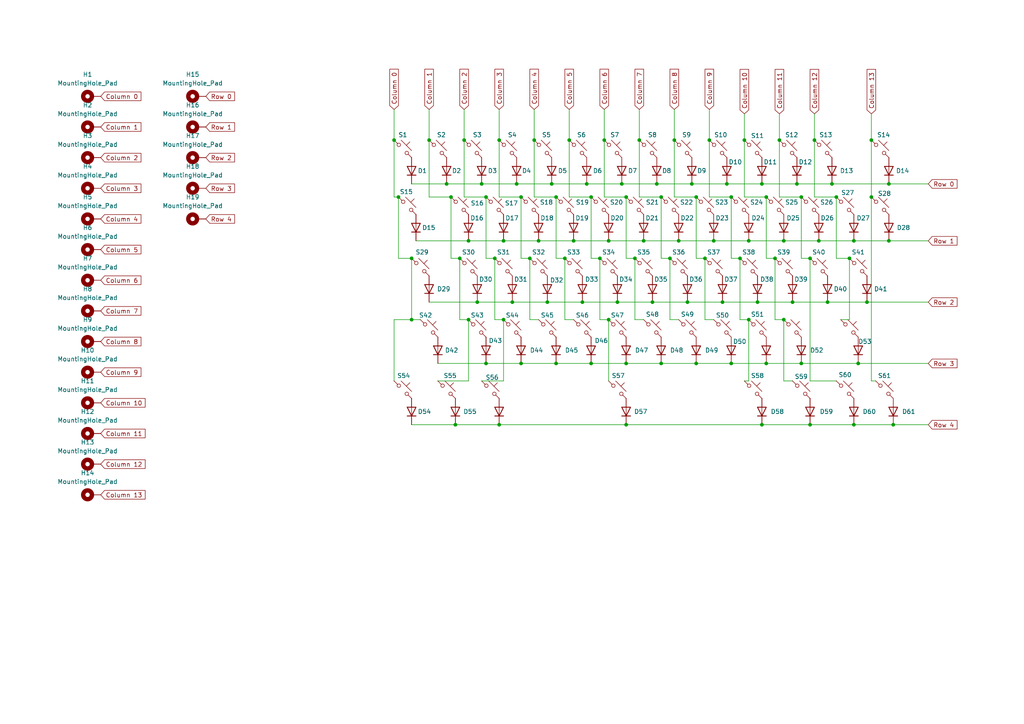
<source format=kicad_sch>
(kicad_sch (version 20231120) (generator "eeschema") (generator_version "8.0")
  (paper "A4")
  (title_block (title "Keyboard - NO MCU") (date "2024-07-24") (rev "v1.0"))
  (lib_symbols
    (symbol "Mechanical:MountingHole_Pad" (pin_numbers hide) (pin_names (offset 1.016) hide) (exclude_from_sim yes) (in_bom no)
      (property "Reference" "H" (at 0 6.35 0))
      (property "Value" "MountingHole_Pad" (at 0 4.445 0))
      (symbol "MountingHole_Pad_1_1"
        (pin input line (at 0 -2.54 90) (length 2.54) (name "1") (number "1"))
      )
    )
    (symbol "ScottoKeebs:Placeholder_Diode" (pin_numbers hide) (pin_names hide)
      (property "Reference" "D" (at 0 2.54 0))
      (property "Value" "Diode" (at 0 -2.54 0))
      (symbol "Placeholder_Diode_1_1"
        (pin passive line (at -3.81 0 0) (length 2.54) (name "K") (number "1"))
        (pin passive line (at 3.81 0 180) (length 2.54) (name "A") (number "2"))
      )
    )
    (symbol "ScottoKeebs:Placeholder_Keyswitch" (pin_numbers hide) (pin_names (offset 1.016) hide)
      (property "Reference" "S" (at 3.048 1.016 0))
      (property "Value" "Keyswitch" (at 0 -3.81 0))
      (symbol "Placeholder_Keyswitch_0_1"
        (pin passive line (at -2.54 2.54 0) (length 0) (name "1") (number "1"))
        (pin passive line (at 2.54 -2.54 180) (length 0) (name "2") (number "2"))
      )
    )
  )
  (junction (at 166.37 69.85))
  (junction (at 200.66 53.34))
  (junction (at 146.05 92.71))
  (junction (at 181.61 105.41))
  (junction (at 237.49 69.85))
  (junction (at 234.95 74.93))
  (junction (at 232.41 105.41))
  (junction (at 160.02 53.34))
  (junction (at 236.22 40.64))
  (junction (at 171.45 105.41))
  (junction (at 129.54 53.34))
  (junction (at 135.89 69.85))
  (junction (at 138.43 87.63))
  (junction (at 191.77 57.15))
  (junction (at 257.81 69.85))
  (junction (at 220.98 123.19))
  (junction (at 133.35 74.93))
  (junction (at 210.82 53.34))
  (junction (at 149.86 53.34))
  (junction (at 212.09 57.15))
  (junction (at 257.81 53.34))
  (junction (at 224.79 74.93))
  (junction (at 180.34 53.34))
  (junction (at 222.25 57.15))
  (junction (at 130.81 57.15))
  (junction (at 199.39 87.63))
  (junction (at 165.1 40.64))
  (junction (at 146.05 69.85))
  (junction (at 212.09 105.41))
  (junction (at 222.25 105.41))
  (junction (at 246.38 74.93))
  (junction (at 151.13 105.41))
  (junction (at 215.9 40.64))
  (junction (at 163.83 74.93))
  (junction (at 186.69 69.85))
  (junction (at 124.46 40.64))
  (junction (at 176.53 69.85))
  (junction (at 161.29 105.41))
  (junction (at 194.31 74.93))
  (junction (at 252.73 57.15))
  (junction (at 184.15 74.93))
  (junction (at 201.93 105.41))
  (junction (at 140.97 57.15))
  (junction (at 185.42 40.64))
  (junction (at 114.3 40.64))
  (junction (at 115.57 57.15))
  (junction (at 259.08 123.19))
  (junction (at 234.95 123.19))
  (junction (at 119.38 92.71))
  (junction (at 190.5 53.34))
  (junction (at 168.91 87.63))
  (junction (at 173.99 74.93))
  (junction (at 219.71 87.63))
  (junction (at 161.29 57.15))
  (junction (at 242.57 57.15))
  (junction (at 143.51 74.93))
  (junction (at 176.53 92.71))
  (junction (at 154.94 40.64))
  (junction (at 134.62 40.64))
  (junction (at 232.41 57.15))
  (junction (at 226.06 40.64))
  (junction (at 132.08 123.19))
  (junction (at 217.17 69.85))
  (junction (at 158.75 87.63))
  (junction (at 195.58 40.64))
  (junction (at 119.38 74.93))
  (junction (at 151.13 57.15))
  (junction (at 189.23 87.63))
  (junction (at 171.45 57.15))
  (junction (at 227.33 92.71))
  (junction (at 204.47 74.93))
  (junction (at 181.61 123.19))
  (junction (at 179.07 87.63))
  (junction (at 144.78 40.64))
  (junction (at 135.89 92.71))
  (junction (at 209.55 87.63))
  (junction (at 153.67 74.93))
  (junction (at 175.26 40.64))
  (junction (at 220.98 53.34))
  (junction (at 247.65 123.19))
  (junction (at 181.61 57.15))
  (junction (at 201.93 57.15))
  (junction (at 241.3 53.34))
  (junction (at 217.17 92.71))
  (junction (at 170.18 53.34))
  (junction (at 247.65 69.85))
  (junction (at 144.78 123.19))
  (junction (at 229.87 87.63))
  (junction (at 252.73 40.64))
  (junction (at 196.85 69.85))
  (junction (at 207.01 69.85))
  (junction (at 139.7 53.34))
  (junction (at 191.77 105.41))
  (junction (at 148.59 87.63))
  (junction (at 227.33 69.85))
  (junction (at 156.21 69.85))
  (junction (at 240.03 87.63))
  (junction (at 251.46 87.63))
  (junction (at 205.74 40.64))
  (junction (at 231.14 53.34))
  (junction (at 140.97 105.41))
  (junction (at 248.92 105.41))
  (junction (at 214.63 74.93))
  (wire (pts (xy 138.43 87.63) (xy 148.59 87.63)))
  (wire (pts (xy 209.55 87.63) (xy 219.71 87.63)))
  (wire (pts (xy 194.31 74.93) (xy 194.31 92.71)))
  (wire (pts (xy 120.65 69.85) (xy 135.89 69.85)))
  (wire (pts (xy 153.67 92.71) (xy 156.21 92.71)))
  (wire (pts (xy 201.93 74.93) (xy 204.47 74.93)))
  (wire (pts (xy 214.63 92.71) (xy 217.17 92.71)))
  (wire (pts (xy 165.1 31.75) (xy 165.1 40.64)))
  (wire (pts (xy 236.22 40.64) (xy 236.22 57.15)))
  (wire (pts (xy 180.34 53.34) (xy 190.5 53.34)))
  (wire (pts (xy 144.78 123.19) (xy 181.61 123.19)))
  (wire (pts (xy 132.08 123.19) (xy 144.78 123.19)))
  (wire (pts (xy 229.87 87.63) (xy 240.03 87.63)))
  (wire (pts (xy 237.49 69.85) (xy 247.65 69.85)))
  (wire (pts (xy 207.01 69.85) (xy 217.17 69.85)))
  (wire (pts (xy 139.7 53.34) (xy 149.86 53.34)))
  (wire (pts (xy 114.3 31.75) (xy 114.3 40.64)))
  (wire (pts (xy 224.79 74.93) (xy 224.79 92.71)))
  (wire (pts (xy 232.41 105.41) (xy 248.92 105.41)))
  (wire (pts (xy 257.81 69.85) (xy 269.24 69.85)))
  (wire (pts (xy 119.38 53.34) (xy 129.54 53.34)))
  (wire (pts (xy 124.46 57.15) (xy 130.81 57.15)))
  (wire (pts (xy 168.91 87.63) (xy 179.07 87.63)))
  (wire (pts (xy 130.81 57.15) (xy 130.81 74.93)))
  (wire (pts (xy 165.1 40.64) (xy 165.1 57.15)))
  (wire (pts (xy 200.66 53.34) (xy 210.82 53.34)))
  (wire (pts (xy 129.54 53.34) (xy 139.7 53.34)))
  (wire (pts (xy 195.58 40.64) (xy 195.58 57.15)))
  (wire (pts (xy 234.95 123.19) (xy 247.65 123.19)))
  (wire (pts (xy 269.24 123.19) (xy 259.08 123.19)))
  (wire (pts (xy 135.89 92.71) (xy 135.89 110.49)))
  (wire (pts (xy 163.83 74.93) (xy 163.83 92.71)))
  (wire (pts (xy 217.17 92.71) (xy 217.17 110.49)))
  (wire (pts (xy 154.94 31.75) (xy 154.94 40.64)))
  (wire (pts (xy 215.9 40.64) (xy 215.9 57.15)))
  (wire (pts (xy 222.25 57.15) (xy 222.25 74.93)))
  (wire (pts (xy 135.89 69.85) (xy 146.05 69.85)))
  (wire (pts (xy 119.38 92.71) (xy 121.92 92.71)))
  (wire (pts (xy 204.47 92.71) (xy 207.01 92.71)))
  (wire (pts (xy 191.77 57.15) (xy 191.77 74.93)))
  (wire (pts (xy 151.13 105.41) (xy 161.29 105.41)))
  (wire (pts (xy 176.53 69.85) (xy 186.69 69.85)))
  (wire (pts (xy 170.18 53.34) (xy 180.34 53.34)))
  (wire (pts (xy 153.67 74.93) (xy 153.67 92.71)))
  (wire (pts (xy 135.89 110.49) (xy 127 110.49)))
  (wire (pts (xy 222.25 74.93) (xy 224.79 74.93)))
  (wire (pts (xy 144.78 57.15) (xy 151.13 57.15)))
  (wire (pts (xy 201.93 57.15) (xy 201.93 74.93)))
  (wire (pts (xy 190.5 53.34) (xy 200.66 53.34)))
  (wire (pts (xy 252.73 33.02) (xy 252.73 40.64)))
  (wire (pts (xy 181.61 123.19) (xy 220.98 123.19)))
  (wire (pts (xy 214.63 74.93) (xy 214.63 92.71)))
  (wire (pts (xy 149.86 53.34) (xy 160.02 53.34)))
  (wire (pts (xy 114.3 40.64) (xy 114.3 57.15)))
  (wire (pts (xy 154.94 40.64) (xy 154.94 57.15)))
  (wire (pts (xy 146.05 92.71) (xy 146.05 110.49)))
  (wire (pts (xy 189.23 87.63) (xy 199.39 87.63)))
  (wire (pts (xy 212.09 105.41) (xy 222.25 105.41)))
  (wire (pts (xy 252.73 110.49) (xy 254 110.49)))
  (wire (pts (xy 269.24 87.63) (xy 251.46 87.63)))
  (wire (pts (xy 184.15 92.71) (xy 186.69 92.71)))
  (wire (pts (xy 247.65 123.19) (xy 259.08 123.19)))
  (wire (pts (xy 114.3 92.71) (xy 114.3 110.49)))
  (wire (pts (xy 234.95 110.49) (xy 242.57 110.49)))
  (wire (pts (xy 257.81 53.34) (xy 269.24 53.34)))
  (wire (pts (xy 242.57 74.93) (xy 246.38 74.93)))
  (wire (pts (xy 220.98 53.34) (xy 231.14 53.34)))
  (wire (pts (xy 184.15 74.93) (xy 184.15 92.71)))
  (wire (pts (xy 134.62 40.64) (xy 134.62 57.15)))
  (wire (pts (xy 212.09 57.15) (xy 212.09 74.93)))
  (wire (pts (xy 144.78 40.64) (xy 144.78 57.15)))
  (wire (pts (xy 231.14 53.34) (xy 241.3 53.34)))
  (wire (pts (xy 127 105.41) (xy 140.97 105.41)))
  (wire (pts (xy 241.3 53.34) (xy 257.81 53.34)))
  (wire (pts (xy 114.3 92.71) (xy 119.38 92.71)))
  (wire (pts (xy 160.02 53.34) (xy 170.18 53.34)))
  (wire (pts (xy 185.42 57.15) (xy 191.77 57.15)))
  (wire (pts (xy 151.13 57.15) (xy 151.13 74.93)))
  (wire (pts (xy 232.41 57.15) (xy 232.41 74.93)))
  (wire (pts (xy 140.97 74.93) (xy 143.51 74.93)))
  (wire (pts (xy 140.97 105.41) (xy 151.13 105.41)))
  (wire (pts (xy 134.62 57.15) (xy 140.97 57.15)))
  (wire (pts (xy 205.74 31.75) (xy 205.74 40.64)))
  (wire (pts (xy 115.57 74.93) (xy 119.38 74.93)))
  (wire (pts (xy 212.09 74.93) (xy 214.63 74.93)))
  (wire (pts (xy 146.05 69.85) (xy 156.21 69.85)))
  (wire (pts (xy 173.99 74.93) (xy 173.99 92.71)))
  (wire (pts (xy 201.93 105.41) (xy 212.09 105.41)))
  (wire (pts (xy 210.82 53.34) (xy 220.98 53.34)))
  (wire (pts (xy 227.33 69.85) (xy 237.49 69.85)))
  (wire (pts (xy 252.73 57.15) (xy 252.73 110.49)))
  (wire (pts (xy 205.74 57.15) (xy 212.09 57.15)))
  (wire (pts (xy 146.05 110.49) (xy 139.7 110.49)))
  (wire (pts (xy 124.46 31.75) (xy 124.46 40.64)))
  (wire (pts (xy 215.9 57.15) (xy 222.25 57.15)))
  (wire (pts (xy 240.03 87.63) (xy 251.46 87.63)))
  (wire (pts (xy 156.21 69.85) (xy 166.37 69.85)))
  (wire (pts (xy 161.29 74.93) (xy 163.83 74.93)))
  (wire (pts (xy 175.26 57.15) (xy 181.61 57.15)))
  (wire (pts (xy 154.94 57.15) (xy 161.29 57.15)))
  (wire (pts (xy 173.99 92.71) (xy 176.53 92.71)))
  (wire (pts (xy 171.45 57.15) (xy 171.45 74.93)))
  (wire (pts (xy 165.1 57.15) (xy 171.45 57.15)))
  (wire (pts (xy 133.35 74.93) (xy 133.35 92.71)))
  (wire (pts (xy 124.46 87.63) (xy 138.43 87.63)))
  (wire (pts (xy 161.29 105.41) (xy 171.45 105.41)))
  (wire (pts (xy 163.83 92.71) (xy 166.37 92.71)))
  (wire (pts (xy 236.22 33.02) (xy 236.22 40.64)))
  (wire (pts (xy 119.38 123.19) (xy 132.08 123.19)))
  (wire (pts (xy 194.31 92.71) (xy 196.85 92.71)))
  (wire (pts (xy 134.62 31.75) (xy 134.62 40.64)))
  (wire (pts (xy 234.95 74.93) (xy 234.95 110.49)))
  (wire (pts (xy 246.38 92.71) (xy 243.84 92.71)))
  (wire (pts (xy 217.17 110.49) (xy 215.9 110.49)))
  (wire (pts (xy 181.61 74.93) (xy 184.15 74.93)))
  (wire (pts (xy 161.29 57.15) (xy 161.29 74.93)))
  (wire (pts (xy 143.51 92.71) (xy 146.05 92.71)))
  (wire (pts (xy 143.51 74.93) (xy 143.51 92.71)))
  (wire (pts (xy 191.77 74.93) (xy 194.31 74.93)))
  (wire (pts (xy 181.61 57.15) (xy 181.61 74.93)))
  (wire (pts (xy 114.3 57.15) (xy 115.57 57.15)))
  (wire (pts (xy 219.71 87.63) (xy 229.87 87.63)))
  (wire (pts (xy 227.33 110.49) (xy 229.87 110.49)))
  (wire (pts (xy 224.79 92.71) (xy 227.33 92.71)))
  (wire (pts (xy 199.39 87.63) (xy 209.55 87.63)))
  (wire (pts (xy 124.46 40.64) (xy 124.46 57.15)))
  (wire (pts (xy 220.98 123.19) (xy 234.95 123.19)))
  (wire (pts (xy 236.22 57.15) (xy 242.57 57.15)))
  (wire (pts (xy 247.65 69.85) (xy 257.81 69.85)))
  (wire (pts (xy 205.74 40.64) (xy 205.74 57.15)))
  (wire (pts (xy 191.77 105.41) (xy 201.93 105.41)))
  (wire (pts (xy 222.25 105.41) (xy 232.41 105.41)))
  (wire (pts (xy 246.38 74.93) (xy 246.38 92.71)))
  (wire (pts (xy 248.92 105.41) (xy 269.24 105.41)))
  (wire (pts (xy 195.58 57.15) (xy 201.93 57.15)))
  (wire (pts (xy 232.41 74.93) (xy 234.95 74.93)))
  (wire (pts (xy 185.42 31.75) (xy 185.42 40.64)))
  (wire (pts (xy 171.45 74.93) (xy 173.99 74.93)))
  (wire (pts (xy 140.97 57.15) (xy 140.97 74.93)))
  (wire (pts (xy 217.17 69.85) (xy 227.33 69.85)))
  (wire (pts (xy 148.59 87.63) (xy 158.75 87.63)))
  (wire (pts (xy 186.69 69.85) (xy 196.85 69.85)))
  (wire (pts (xy 185.42 40.64) (xy 185.42 57.15)))
  (wire (pts (xy 226.06 57.15) (xy 232.41 57.15)))
  (wire (pts (xy 175.26 31.75) (xy 175.26 40.64)))
  (wire (pts (xy 175.26 40.64) (xy 175.26 57.15)))
  (wire (pts (xy 115.57 57.15) (xy 115.57 74.93)))
  (wire (pts (xy 171.45 105.41) (xy 181.61 105.41)))
  (wire (pts (xy 133.35 92.71) (xy 135.89 92.71)))
  (wire (pts (xy 181.61 105.41) (xy 191.77 105.41)))
  (wire (pts (xy 252.73 40.64) (xy 252.73 57.15)))
  (wire (pts (xy 226.06 40.64) (xy 226.06 57.15)))
  (wire (pts (xy 226.06 33.02) (xy 226.06 40.64)))
  (wire (pts (xy 179.07 87.63) (xy 189.23 87.63)))
  (wire (pts (xy 204.47 74.93) (xy 204.47 92.71)))
  (wire (pts (xy 119.38 74.93) (xy 119.38 92.71)))
  (wire (pts (xy 196.85 69.85) (xy 207.01 69.85)))
  (wire (pts (xy 242.57 57.15) (xy 242.57 74.93)))
  (wire (pts (xy 158.75 87.63) (xy 168.91 87.63)))
  (wire (pts (xy 166.37 69.85) (xy 176.53 69.85)))
  (wire (pts (xy 227.33 92.71) (xy 227.33 110.49)))
  (wire (pts (xy 144.78 31.75) (xy 144.78 40.64)))
  (wire (pts (xy 130.81 74.93) (xy 133.35 74.93)))
  (wire (pts (xy 151.13 74.93) (xy 153.67 74.93)))
  (wire (pts (xy 195.58 31.75) (xy 195.58 40.64)))
  (wire (pts (xy 176.53 92.71) (xy 176.53 110.49)))
  (wire (pts (xy 215.9 33.02) (xy 215.9 40.64)))
  (global_label "Column 9" (shape input) (at 29.21 107.95 0) (property "Intersheetrefs" "${INTERSHEET_REFS}" (effects (hide yes))))
  (global_label "Column 0" (shape input) (at 114.3 31.75 90) (property "Intersheetrefs" "${INTERSHEET_REFS}" (effects (hide yes))))
  (global_label "Column 9" (shape input) (at 205.74 31.75 90) (property "Intersheetrefs" "${INTERSHEET_REFS}" (effects (hide yes))))
  (global_label "Column 2" (shape input) (at 29.21 45.72 0) (property "Intersheetrefs" "${INTERSHEET_REFS}" (effects (hide yes))))
  (global_label "Column 12" (shape input) (at 29.21 134.62 0) (property "Intersheetrefs" "${INTERSHEET_REFS}" (effects (hide yes))))
  (global_label "Row 2" (shape input) (at 59.69 45.72 0) (property "Intersheetrefs" "${INTERSHEET_REFS}" (effects (hide yes))))
  (global_label "Column 4" (shape input) (at 154.94 31.75 90) (property "Intersheetrefs" "${INTERSHEET_REFS}" (effects (hide yes))))
  (global_label "Row 2" (shape input) (at 269.24 87.63 0) (property "Intersheetrefs" "${INTERSHEET_REFS}" (effects (hide yes))))
  (global_label "Row 3" (shape input) (at 269.24 105.41 0) (property "Intersheetrefs" "${INTERSHEET_REFS}" (effects (hide yes))))
  (global_label "Column 11" (shape input) (at 29.21 125.73 0) (property "Intersheetrefs" "${INTERSHEET_REFS}" (effects (hide yes))))
  (global_label "Column 6" (shape input) (at 175.26 31.75 90) (property "Intersheetrefs" "${INTERSHEET_REFS}" (effects (hide yes))))
  (global_label "Column 6" (shape input) (at 29.21 81.28 0) (property "Intersheetrefs" "${INTERSHEET_REFS}" (effects (hide yes))))
  (global_label "Column 8" (shape input) (at 29.21 99.06 0) (property "Intersheetrefs" "${INTERSHEET_REFS}" (effects (hide yes))))
  (global_label "Column 1" (shape input) (at 29.21 36.83 0) (property "Intersheetrefs" "${INTERSHEET_REFS}" (effects (hide yes))))
  (global_label "Column 5" (shape input) (at 165.1 31.75 90) (property "Intersheetrefs" "${INTERSHEET_REFS}" (effects (hide yes))))
  (global_label "Column 3" (shape input) (at 29.21 54.61 0) (property "Intersheetrefs" "${INTERSHEET_REFS}" (effects (hide yes))))
  (global_label "Column 11" (shape input) (at 226.06 33.02 90) (property "Intersheetrefs" "${INTERSHEET_REFS}" (effects (hide yes))))
  (global_label "Column 0" (shape input) (at 29.21 27.94 0) (property "Intersheetrefs" "${INTERSHEET_REFS}" (effects (hide yes))))
  (global_label "Row 0" (shape input) (at 59.69 27.94 0) (property "Intersheetrefs" "${INTERSHEET_REFS}" (effects (hide yes))))
  (global_label "Row 4" (shape input) (at 59.69 63.5 0) (property "Intersheetrefs" "${INTERSHEET_REFS}" (effects (hide yes))))
  (global_label "Column 7" (shape input) (at 185.42 31.75 90) (property "Intersheetrefs" "${INTERSHEET_REFS}" (effects (hide yes))))
  (global_label "Row 1" (shape input) (at 269.24 69.85 0) (property "Intersheetrefs" "${INTERSHEET_REFS}" (effects (hide yes))))
  (global_label "Column 7" (shape input) (at 29.21 90.17 0) (property "Intersheetrefs" "${INTERSHEET_REFS}" (effects (hide yes))))
  (global_label "Column 3" (shape input) (at 144.78 31.75 90) (property "Intersheetrefs" "${INTERSHEET_REFS}" (effects (hide yes))))
  (global_label "Column 13" (shape input) (at 29.21 143.51 0) (property "Intersheetrefs" "${INTERSHEET_REFS}" (effects (hide yes))))
  (global_label "Row 0" (shape input) (at 269.24 53.34 0) (property "Intersheetrefs" "${INTERSHEET_REFS}" (effects (hide yes))))
  (global_label "Column 5" (shape input) (at 29.21 72.39 0) (property "Intersheetrefs" "${INTERSHEET_REFS}" (effects (hide yes))))
  (global_label "Column 1" (shape input) (at 124.46 31.75 90) (property "Intersheetrefs" "${INTERSHEET_REFS}" (effects (hide yes))))
  (global_label "Row 3" (shape input) (at 59.69 54.61 0) (property "Intersheetrefs" "${INTERSHEET_REFS}" (effects (hide yes))))
  (global_label "Row 4" (shape input) (at 269.24 123.19 0) (property "Intersheetrefs" "${INTERSHEET_REFS}" (effects (hide yes))))
  (global_label "Column 4" (shape input) (at 29.21 63.5 0) (property "Intersheetrefs" "${INTERSHEET_REFS}" (effects (hide yes))))
  (global_label "Column 13" (shape input) (at 252.73 33.02 90) (property "Intersheetrefs" "${INTERSHEET_REFS}" (effects (hide yes))))
  (global_label "Column 8" (shape input) (at 195.58 31.75 90) (property "Intersheetrefs" "${INTERSHEET_REFS}" (effects (hide yes))))
  (global_label "Column 12" (shape input) (at 236.22 33.02 90) (property "Intersheetrefs" "${INTERSHEET_REFS}" (effects (hide yes))))
  (global_label "Column 10" (shape input) (at 215.9 33.02 90) (property "Intersheetrefs" "${INTERSHEET_REFS}" (effects (hide yes))))
  (global_label "Column 2" (shape input) (at 134.62 31.75 90) (property "Intersheetrefs" "${INTERSHEET_REFS}" (effects (hide yes))))
  (global_label "Column 10" (shape input) (at 29.21 116.84 0) (property "Intersheetrefs" "${INTERSHEET_REFS}" (effects (hide yes))))
  (global_label "Row 1" (shape input) (at 59.69 36.83 0) (property "Intersheetrefs" "${INTERSHEET_REFS}" (effects (hide yes))))
  (symbol (lib_id "ScottoKeebs:Placeholder_Diode") (at 129.54 49.53 90) (unit 1)
    (property "Reference" "D2" (at 131.064 49.53 90) (effects (justify right)))
    (property "Value" "Diode" (effects (hide yes)))
    (property "Footprint" "ScottoKeebs_Components:Diode_SOD-123" (effects (hide yes)))
    (property "Description" "1N4148 (DO-35) or 1N4148W (SOD-123)" (effects (hide yes)))
    (property "Sim.Device" "D" (effects (hide yes)))
    (property "Sim.Pins" "1=K 2=A" (effects (hide yes)))
  )
  (symbol (lib_id "ScottoKeebs:Placeholder_Keyswitch") (at 148.59 95.25 0) (unit 1)
    (property "Reference" "S44" (at 148.59 91.44 0))
    (property "Value" "Keyswitch" (effects (hide yes)))
    (property "Footprint" "ScottoKeebs_MX:MX_PCB_1.00u" (effects (hide yes)))
    (property "Description" "Push button switch, normally open, two pins, 45° tilted" (effects (hide yes)))
  )
  (symbol (lib_id "ScottoKeebs:Placeholder_Diode") (at 176.53 66.04 90) (unit 1)
    (property "Reference" "D20" (at 177.038 63.246 90) (effects (justify right)))
    (property "Value" "Diode" (effects (hide yes)))
    (property "Footprint" "ScottoKeebs_Components:Diode_SOD-123" (effects (hide yes)))
    (property "Description" "1N4148 (DO-35) or 1N4148W (SOD-123)" (effects (hide yes)))
    (property "Sim.Device" "D" (effects (hide yes)))
    (property "Sim.Pins" "1=K 2=A" (effects (hide yes)))
  )
  (symbol (lib_id "Mechanical:MountingHole_Pad") (at 57.15 36.83 90) (unit 1) (exclude_from_sim yes) (in_bom no)
    (property "Reference" "H16" (at 55.88 30.48 90))
    (property "Value" "MountingHole_Pad" (at 55.88 33.02 90))
    (property "Footprint" "ScottoKeebs_Scotto:TestPoint" (effects (hide yes)))
    (property "Description" "Mounting Hole with connection" (effects (hide yes)))
  )
  (symbol (lib_id "ScottoKeebs:Placeholder_Diode") (at 191.77 101.6 90) (unit 1)
    (property "Reference" "D48" (at 194.31 101.6 90) (effects (justify right)))
    (property "Value" "Diode" (effects (hide yes)))
    (property "Footprint" "ScottoKeebs_Components:Diode_SOD-123" (effects (hide yes)))
    (property "Description" "1N4148 (DO-35) or 1N4148W (SOD-123)" (effects (hide yes)))
    (property "Sim.Device" "D" (effects (hide yes)))
    (property "Sim.Pins" "1=K 2=A" (effects (hide yes)))
  )
  (symbol (lib_id "ScottoKeebs:Placeholder_Keyswitch") (at 214.63 59.69 0) (unit 1)
    (property "Reference" "S24" (at 219.456 58.674 0))
    (property "Value" "Keyswitch" (effects (hide yes)))
    (property "Footprint" "ScottoKeebs_MX:MX_PCB_1.00u" (effects (hide yes)))
    (property "Description" "Push button switch, normally open, two pins, 45° tilted" (effects (hide yes)))
  )
  (symbol (lib_id "ScottoKeebs:Placeholder_Diode") (at 181.61 119.38 90) (unit 1)
    (property "Reference" "D57" (at 183.896 119.38 90) (effects (justify right)))
    (property "Value" "Diode" (effects (hide yes)))
    (property "Footprint" "ScottoKeebs_Components:Diode_SOD-123" (effects (hide yes)))
    (property "Description" "1N4148 (DO-35) or 1N4148W (SOD-123)" (effects (hide yes)))
    (property "Sim.Device" "D" (effects (hide yes)))
    (property "Sim.Pins" "1=K 2=A" (effects (hide yes)))
  )
  (symbol (lib_id "Mechanical:MountingHole_Pad") (at 26.67 36.83 90) (unit 1) (exclude_from_sim yes) (in_bom no)
    (property "Reference" "H2" (at 25.4 30.48 90))
    (property "Value" "MountingHole_Pad" (at 25.4 33.02 90))
    (property "Footprint" "ScottoKeebs_Scotto:TestPoint" (effects (hide yes)))
    (property "Description" "Mounting Hole with connection" (effects (hide yes)))
  )
  (symbol (lib_id "ScottoKeebs:Placeholder_Diode") (at 190.5 49.53 90) (unit 1)
    (property "Reference" "D8" (at 192.024 49.53 90) (effects (justify right)))
    (property "Value" "Diode" (effects (hide yes)))
    (property "Footprint" "ScottoKeebs_Components:Diode_SOD-123" (effects (hide yes)))
    (property "Description" "1N4148 (DO-35) or 1N4148W (SOD-123)" (effects (hide yes)))
    (property "Sim.Device" "D" (effects (hide yes)))
    (property "Sim.Pins" "1=K 2=A" (effects (hide yes)))
  )
  (symbol (lib_id "ScottoKeebs:Placeholder_Keyswitch") (at 256.54 113.03 0) (unit 1)
    (property "Reference" "S61" (at 256.54 108.966 0))
    (property "Value" "Keyswitch" (effects (hide yes)))
    (property "Footprint" "ScottoKeebs_MX:MX_PCB_1.25u" (effects (hide yes)))
    (property "Description" "Push button switch, normally open, two pins, 45° tilted" (effects (hide yes)))
  )
  (symbol (lib_id "ScottoKeebs:Placeholder_Diode") (at 149.86 49.53 90) (unit 1)
    (property "Reference" "D4" (at 151.384 49.53 90) (effects (justify right)))
    (property "Value" "Diode" (effects (hide yes)))
    (property "Footprint" "ScottoKeebs_Components:Diode_SOD-123" (effects (hide yes)))
    (property "Description" "1N4148 (DO-35) or 1N4148W (SOD-123)" (effects (hide yes)))
    (property "Sim.Device" "D" (effects (hide yes)))
    (property "Sim.Pins" "1=K 2=A" (effects (hide yes)))
  )
  (symbol (lib_id "ScottoKeebs:Placeholder_Keyswitch") (at 163.83 59.69 0) (unit 1)
    (property "Reference" "S19" (at 168.91 58.674 0))
    (property "Value" "Keyswitch" (effects (hide yes)))
    (property "Footprint" "ScottoKeebs_MX:MX_PCB_1.00u" (effects (hide yes)))
    (property "Description" "Push button switch, normally open, two pins, 45° tilted" (effects (hide yes)))
  )
  (symbol (lib_id "ScottoKeebs:Placeholder_Diode") (at 207.01 66.04 90) (unit 1)
    (property "Reference" "D23" (at 207.518 63.246 90) (effects (justify right)))
    (property "Value" "Diode" (effects (hide yes)))
    (property "Footprint" "ScottoKeebs_Components:Diode_SOD-123" (effects (hide yes)))
    (property "Description" "1N4148 (DO-35) or 1N4148W (SOD-123)" (effects (hide yes)))
    (property "Sim.Device" "D" (effects (hide yes)))
    (property "Sim.Pins" "1=K 2=A" (effects (hide yes)))
  )
  (symbol (lib_id "ScottoKeebs:Placeholder_Keyswitch") (at 157.48 43.18 0) (unit 1)
    (property "Reference" "S5" (at 158.496 39.116 0))
    (property "Value" "Keyswitch" (effects (hide yes)))
    (property "Footprint" "ScottoKeebs_MX:MX_PCB_1.00u" (effects (hide yes)))
    (property "Description" "Push button switch, normally open, two pins, 45° tilted" (effects (hide yes)))
  )
  (symbol (lib_id "ScottoKeebs:Placeholder_Keyswitch") (at 248.92 77.47 0) (unit 1)
    (property "Reference" "S41" (at 248.92 73.152 0))
    (property "Value" "Keyswitch" (effects (hide yes)))
    (property "Footprint" "ScottoKeebs_MX:MX_PCB_2.25u" (effects (hide yes)))
    (property "Description" "Push button switch, normally open, two pins, 45° tilted" (effects (hide yes)))
  )
  (symbol (lib_id "ScottoKeebs:Placeholder_Keyswitch") (at 189.23 95.25 0) (unit 1)
    (property "Reference" "S48" (at 189.23 91.186 0))
    (property "Value" "Keyswitch" (effects (hide yes)))
    (property "Footprint" "ScottoKeebs_MX:MX_PCB_1.00u" (effects (hide yes)))
    (property "Description" "Push button switch, normally open, two pins, 45° tilted" (effects (hide yes)))
  )
  (symbol (lib_id "ScottoKeebs:Placeholder_Keyswitch") (at 166.37 77.47 0) (unit 1)
    (property "Reference" "S33" (at 166.37 73.152 0))
    (property "Value" "Keyswitch" (effects (hide yes)))
    (property "Footprint" "ScottoKeebs_MX:MX_PCB_1.00u" (effects (hide yes)))
    (property "Description" "Push button switch, normally open, two pins, 45° tilted" (effects (hide yes)))
  )
  (symbol (lib_id "ScottoKeebs:Placeholder_Keyswitch") (at 186.69 77.47 0) (unit 1)
    (property "Reference" "S35" (at 186.69 73.152 0))
    (property "Value" "Keyswitch" (effects (hide yes)))
    (property "Footprint" "ScottoKeebs_MX:MX_PCB_1.00u" (effects (hide yes)))
    (property "Description" "Push button switch, normally open, two pins, 45° tilted" (effects (hide yes)))
  )
  (symbol (lib_id "ScottoKeebs:Placeholder_Diode") (at 166.37 66.04 90) (unit 1)
    (property "Reference" "D19" (at 166.878 63.246 90) (effects (justify right)))
    (property "Value" "Diode" (effects (hide yes)))
    (property "Footprint" "ScottoKeebs_Components:Diode_SOD-123" (effects (hide yes)))
    (property "Description" "1N4148 (DO-35) or 1N4148W (SOD-123)" (effects (hide yes)))
    (property "Sim.Device" "D" (effects (hide yes)))
    (property "Sim.Pins" "1=K 2=A" (effects (hide yes)))
  )
  (symbol (lib_id "ScottoKeebs:Placeholder_Keyswitch") (at 138.43 95.25 0) (unit 1)
    (property "Reference" "S43" (at 138.43 91.44 0))
    (property "Value" "Keyswitch" (effects (hide yes)))
    (property "Footprint" "ScottoKeebs_MX:MX_PCB_1.00u" (effects (hide yes)))
    (property "Description" "Push button switch, normally open, two pins, 45° tilted" (effects (hide yes)))
  )
  (symbol (lib_id "ScottoKeebs:Placeholder_Keyswitch") (at 229.87 95.25 0) (unit 1)
    (property "Reference" "S52" (effects (hide yes)))
    (property "Value" "Keyswitch" (effects (hide yes)))
    (property "Footprint" "ScottoKeebs_MX:MX_PCB_1.00u" (effects (hide yes)))
    (property "Description" "Push button switch, normally open, two pins, 45° tilted" (effects (hide yes)))
  )
  (symbol (lib_id "ScottoKeebs:Placeholder_Keyswitch") (at 153.67 59.69 0) (unit 1)
    (property "Reference" "S18" (at 158.496 58.674 0))
    (property "Value" "Keyswitch" (effects (hide yes)))
    (property "Footprint" "ScottoKeebs_MX:MX_PCB_1.00u" (effects (hide yes)))
    (property "Description" "Push button switch, normally open, two pins, 45° tilted" (effects (hide yes)))
  )
  (symbol (lib_id "ScottoKeebs:Placeholder_Diode") (at 170.18 49.53 90) (unit 1)
    (property "Reference" "D6" (at 171.958 49.53 90) (effects (justify right)))
    (property "Value" "Diode" (effects (hide yes)))
    (property "Footprint" "ScottoKeebs_Components:Diode_SOD-123" (effects (hide yes)))
    (property "Description" "1N4148 (DO-35) or 1N4148W (SOD-123)" (effects (hide yes)))
    (property "Sim.Device" "D" (effects (hide yes)))
    (property "Sim.Pins" "1=K 2=A" (effects (hide yes)))
  )
  (symbol (lib_id "ScottoKeebs:Placeholder_Diode") (at 144.78 119.38 90) (unit 1)
    (property "Reference" "D56" (effects (hide yes)))
    (property "Value" "Diode" (effects (hide yes)))
    (property "Footprint" "ScottoKeebs_Components:Diode_SOD-123" (effects (hide yes)))
    (property "Description" "1N4148 (DO-35) or 1N4148W (SOD-123)" (effects (hide yes)))
    (property "Sim.Device" "D" (effects (hide yes)))
    (property "Sim.Pins" "1=K 2=A" (effects (hide yes)))
  )
  (symbol (lib_id "ScottoKeebs:Placeholder_Keyswitch") (at 168.91 95.25 0) (unit 1)
    (property "Reference" "S46" (at 168.91 91.44 0))
    (property "Value" "Keyswitch" (effects (hide yes)))
    (property "Footprint" "ScottoKeebs_MX:MX_PCB_1.00u" (effects (hide yes)))
    (property "Description" "Push button switch, normally open, two pins, 45° tilted" (effects (hide yes)))
  )
  (symbol (lib_id "Mechanical:MountingHole_Pad") (at 26.67 99.06 90) (unit 1) (exclude_from_sim yes) (in_bom no)
    (property "Reference" "H9" (at 25.4 92.71 90))
    (property "Value" "MountingHole_Pad" (at 25.4 95.25 90))
    (property "Footprint" "ScottoKeebs_Scotto:TestPoint" (effects (hide yes)))
    (property "Description" "Mounting Hole with connection" (effects (hide yes)))
  )
  (symbol (lib_id "ScottoKeebs:Placeholder_Diode") (at 161.29 101.6 90) (unit 1)
    (property "Reference" "D45" (at 163.83 101.6 90) (effects (justify right)))
    (property "Value" "Diode" (effects (hide yes)))
    (property "Footprint" "ScottoKeebs_Components:Diode_SOD-123" (effects (hide yes)))
    (property "Description" "1N4148 (DO-35) or 1N4148W (SOD-123)" (effects (hide yes)))
    (property "Sim.Device" "D" (effects (hide yes)))
    (property "Sim.Pins" "1=K 2=A" (effects (hide yes)))
  )
  (symbol (lib_id "Mechanical:MountingHole_Pad") (at 26.67 134.62 90) (unit 1) (exclude_from_sim yes) (in_bom no)
    (property "Reference" "H13" (at 25.4 128.27 90))
    (property "Value" "MountingHole_Pad" (at 25.4 130.81 90))
    (property "Footprint" "ScottoKeebs_Scotto:TestPoint" (effects (hide yes)))
    (property "Description" "Mounting Hole with connection" (effects (hide yes)))
  )
  (symbol (lib_id "ScottoKeebs:Placeholder_Keyswitch") (at 194.31 59.69 0) (unit 1)
    (property "Reference" "S22" (at 199.136 58.674 0))
    (property "Value" "Keyswitch" (effects (hide yes)))
    (property "Footprint" "ScottoKeebs_MX:MX_PCB_1.00u" (effects (hide yes)))
    (property "Description" "Push button switch, normally open, two pins, 45° tilted" (effects (hide yes)))
  )
  (symbol (lib_id "ScottoKeebs:Placeholder_Diode") (at 151.13 101.6 90) (unit 1)
    (property "Reference" "D44" (at 153.67 101.6 90) (effects (justify right)))
    (property "Value" "Diode" (effects (hide yes)))
    (property "Footprint" "ScottoKeebs_Components:Diode_SOD-123" (effects (hide yes)))
    (property "Description" "1N4148 (DO-35) or 1N4148W (SOD-123)" (effects (hide yes)))
    (property "Sim.Device" "D" (effects (hide yes)))
    (property "Sim.Pins" "1=K 2=A" (effects (hide yes)))
  )
  (symbol (lib_id "Mechanical:MountingHole_Pad") (at 57.15 45.72 90) (unit 1) (exclude_from_sim yes) (in_bom no)
    (property "Reference" "H17" (at 55.88 39.37 90))
    (property "Value" "MountingHole_Pad" (at 55.88 41.91 90))
    (property "Footprint" "ScottoKeebs_Scotto:TestPoint" (effects (hide yes)))
    (property "Description" "Mounting Hole with connection" (effects (hide yes)))
  )
  (symbol (lib_id "ScottoKeebs:Placeholder_Keyswitch") (at 137.16 43.18 0) (unit 1)
    (property "Reference" "S3" (at 138.43 39.116 0))
    (property "Value" "Keyswitch" (effects (hide yes)))
    (property "Footprint" "ScottoKeebs_MX:MX_PCB_1.00u" (effects (hide yes)))
    (property "Description" "Push button switch, normally open, two pins, 45° tilted" (effects (hide yes)))
  )
  (symbol (lib_id "ScottoKeebs:Placeholder_Keyswitch") (at 208.28 43.18 0) (unit 1)
    (property "Reference" "S10" (at 209.042 39.116 0))
    (property "Value" "Keyswitch" (effects (hide yes)))
    (property "Footprint" "ScottoKeebs_MX:MX_PCB_1.00u" (effects (hide yes)))
    (property "Description" "Push button switch, normally open, two pins, 45° tilted" (effects (hide yes)))
  )
  (symbol (lib_id "ScottoKeebs:Placeholder_Diode") (at 247.65 119.38 90) (unit 1)
    (property "Reference" "D60" (at 250.19 119.38 90) (effects (justify right)))
    (property "Value" "Diode" (effects (hide yes)))
    (property "Footprint" "ScottoKeebs_Components:Diode_SOD-123" (effects (hide yes)))
    (property "Description" "1N4148 (DO-35) or 1N4148W (SOD-123)" (effects (hide yes)))
    (property "Sim.Device" "D" (effects (hide yes)))
    (property "Sim.Pins" "1=K 2=A" (effects (hide yes)))
  )
  (symbol (lib_id "ScottoKeebs:Placeholder_Keyswitch") (at 146.05 77.47 0) (unit 1)
    (property "Reference" "S31" (at 146.05 73.152 0))
    (property "Value" "Keyswitch" (effects (hide yes)))
    (property "Footprint" "ScottoKeebs_MX:MX_PCB_1.00u" (effects (hide yes)))
    (property "Description" "Push button switch, normally open, two pins, 45° tilted" (effects (hide yes)))
  )
  (symbol (lib_id "ScottoKeebs:Placeholder_Diode") (at 127 101.6 90) (unit 1)
    (property "Reference" "D42" (at 129.032 101.6 90) (effects (justify right)))
    (property "Value" "Diode" (effects (hide yes)))
    (property "Footprint" "ScottoKeebs_Components:Diode_SOD-123" (effects (hide yes)))
    (property "Description" "1N4148 (DO-35) or 1N4148W (SOD-123)" (effects (hide yes)))
    (property "Sim.Device" "D" (effects (hide yes)))
    (property "Sim.Pins" "1=K 2=A" (effects (hide yes)))
  )
  (symbol (lib_id "ScottoKeebs:Placeholder_Diode") (at 241.3 49.53 90) (unit 1)
    (property "Reference" "D13" (at 243.586 49.53 90) (effects (justify right)))
    (property "Value" "Diode" (effects (hide yes)))
    (property "Footprint" "ScottoKeebs_Components:Diode_SOD-123" (effects (hide yes)))
    (property "Description" "1N4148 (DO-35) or 1N4148W (SOD-123)" (effects (hide yes)))
    (property "Sim.Device" "D" (effects (hide yes)))
    (property "Sim.Pins" "1=K 2=A" (effects (hide yes)))
  )
  (symbol (lib_id "ScottoKeebs:Placeholder_Diode") (at 232.41 101.6 90) (unit 1)
    (property "Reference" "D52" (at 234.95 101.6 90) (effects (justify right)))
    (property "Value" "Diode" (effects (hide yes)))
    (property "Footprint" "ScottoKeebs_Components:Diode_SOD-123" (effects (hide yes)))
    (property "Description" "1N4148 (DO-35) or 1N4148W (SOD-123)" (effects (hide yes)))
    (property "Sim.Device" "D" (effects (hide yes)))
    (property "Sim.Pins" "1=K 2=A" (effects (hide yes)))
  )
  (symbol (lib_id "ScottoKeebs:Placeholder_Keyswitch") (at 199.39 95.25 0) (unit 1)
    (property "Reference" "S49" (at 199.39 91.186 0))
    (property "Value" "Keyswitch" (effects (hide yes)))
    (property "Footprint" "ScottoKeebs_MX:MX_PCB_1.00u" (effects (hide yes)))
    (property "Description" "Push button switch, normally open, two pins, 45° tilted" (effects (hide yes)))
  )
  (symbol (lib_id "ScottoKeebs:Placeholder_Keyswitch") (at 116.84 43.18 0) (unit 1)
    (property "Reference" "S1" (at 116.84 39.116 0))
    (property "Value" "Keyswitch" (effects (hide yes)))
    (property "Footprint" "ScottoKeebs_MX:MX_PCB_1.00u" (effects (hide yes)))
    (property "Description" "Push button switch, normally open, two pins, 45° tilted" (effects (hide yes)))
  )
  (symbol (lib_id "ScottoKeebs:Placeholder_Keyswitch") (at 245.11 59.69 0) (unit 1)
    (property "Reference" "S27" (at 245.872 55.88 0))
    (property "Value" "Keyswitch" (effects (hide yes)))
    (property "Footprint" "ScottoKeebs_MX:MX_PCB_1.00u" (effects (hide yes)))
    (property "Description" "Push button switch, normally open, two pins, 45° tilted" (effects (hide yes)))
  )
  (symbol (lib_id "ScottoKeebs:Placeholder_Keyswitch") (at 255.27 43.18 0) (unit 1)
    (property "Reference" "S14" (at 256.286 39.116 0))
    (property "Value" "Keyswitch" (effects (hide yes)))
    (property "Footprint" "ScottoKeebs_MX:MX_PCB_2.00u" (effects (hide yes)))
    (property "Description" "Push button switch, normally open, two pins, 45° tilted" (effects (hide yes)))
  )
  (symbol (lib_id "ScottoKeebs:Placeholder_Diode") (at 220.98 119.38 90) (unit 1)
    (property "Reference" "D58" (at 223.52 119.38 90) (effects (justify right)))
    (property "Value" "Diode" (effects (hide yes)))
    (property "Footprint" "ScottoKeebs_Components:Diode_SOD-123" (effects (hide yes)))
    (property "Description" "1N4148 (DO-35) or 1N4148W (SOD-123)" (effects (hide yes)))
    (property "Sim.Device" "D" (effects (hide yes)))
    (property "Sim.Pins" "1=K 2=A" (effects (hide yes)))
  )
  (symbol (lib_id "Mechanical:MountingHole_Pad") (at 26.67 143.51 90) (unit 1) (exclude_from_sim yes) (in_bom no)
    (property "Reference" "H14" (at 25.4 137.16 90))
    (property "Value" "MountingHole_Pad" (at 25.4 139.7 90))
    (property "Footprint" "ScottoKeebs_Scotto:TestPoint" (effects (hide yes)))
    (property "Description" "Mounting Hole with connection" (effects (hide yes)))
  )
  (symbol (lib_id "ScottoKeebs:Placeholder_Keyswitch") (at 217.17 77.47 0) (unit 1)
    (property "Reference" "S38" (at 217.17 73.152 0))
    (property "Value" "Keyswitch" (effects (hide yes)))
    (property "Footprint" "ScottoKeebs_MX:MX_PCB_1.00u" (effects (hide yes)))
    (property "Description" "Push button switch, normally open, two pins, 45° tilted" (effects (hide yes)))
  )
  (symbol (lib_id "ScottoKeebs:Placeholder_Diode") (at 140.97 101.6 90) (unit 1)
    (property "Reference" "D43" (at 141.732 98.806 90) (effects (justify right)))
    (property "Value" "Diode" (effects (hide yes)))
    (property "Footprint" "ScottoKeebs_Components:Diode_SOD-123" (effects (hide yes)))
    (property "Description" "1N4148 (DO-35) or 1N4148W (SOD-123)" (effects (hide yes)))
    (property "Sim.Device" "D" (effects (hide yes)))
    (property "Sim.Pins" "1=K 2=A" (effects (hide yes)))
  )
  (symbol (lib_id "ScottoKeebs:Placeholder_Diode") (at 219.71 83.82 90) (unit 1)
    (property "Reference" "D38" (at 220.472 81.026 90) (effects (justify right)))
    (property "Value" "Diode" (effects (hide yes)))
    (property "Footprint" "ScottoKeebs_Components:Diode_SOD-123" (effects (hide yes)))
    (property "Description" "1N4148 (DO-35) or 1N4148W (SOD-123)" (effects (hide yes)))
    (property "Sim.Device" "D" (effects (hide yes)))
    (property "Sim.Pins" "1=K 2=A" (effects (hide yes)))
  )
  (symbol (lib_id "ScottoKeebs:Placeholder_Diode") (at 234.95 119.38 90) (unit 1)
    (property "Reference" "D59" (at 237.744 119.38 90) (effects (justify right)))
    (property "Value" "Diode" (effects (hide yes)))
    (property "Footprint" "ScottoKeebs_Components:Diode_SOD-123" (effects (hide yes)))
    (property "Description" "1N4148 (DO-35) or 1N4148W (SOD-123)" (effects (hide yes)))
    (property "Sim.Device" "D" (effects (hide yes)))
    (property "Sim.Pins" "1=K 2=A" (effects (hide yes)))
  )
  (symbol (lib_id "ScottoKeebs:Placeholder_Diode") (at 240.03 83.82 90) (unit 1)
    (property "Reference" "D40" (at 241.808 83.82 90) (effects (justify right)))
    (property "Value" "Diode" (effects (hide yes)))
    (property "Footprint" "ScottoKeebs_Components:Diode_SOD-123" (effects (hide yes)))
    (property "Description" "1N4148 (DO-35) or 1N4148W (SOD-123)" (effects (hide yes)))
    (property "Sim.Device" "D" (effects (hide yes)))
    (property "Sim.Pins" "1=K 2=A" (effects (hide yes)))
  )
  (symbol (lib_id "ScottoKeebs:Placeholder_Diode") (at 212.09 101.6 90) (unit 1)
    (property "Reference" "D50" (at 212.598 99.06 90) (effects (justify right)))
    (property "Value" "Diode" (effects (hide yes)))
    (property "Footprint" "ScottoKeebs_Components:Diode_SOD-123" (effects (hide yes)))
    (property "Description" "1N4148 (DO-35) or 1N4148W (SOD-123)" (effects (hide yes)))
    (property "Sim.Device" "D" (effects (hide yes)))
    (property "Sim.Pins" "1=K 2=A" (effects (hide yes)))
  )
  (symbol (lib_id "Mechanical:MountingHole_Pad") (at 26.67 63.5 90) (unit 1) (exclude_from_sim yes) (in_bom no)
    (property "Reference" "H5" (at 25.4 57.15 90))
    (property "Value" "MountingHole_Pad" (at 25.4 59.69 90))
    (property "Footprint" "ScottoKeebs_Scotto:TestPoint" (effects (hide yes)))
    (property "Description" "Mounting Hole with connection" (effects (hide yes)))
  )
  (symbol (lib_id "Mechanical:MountingHole_Pad") (at 57.15 63.5 90) (unit 1) (exclude_from_sim yes) (in_bom no)
    (property "Reference" "H19" (at 55.88 57.15 90))
    (property "Value" "MountingHole_Pad" (at 55.88 59.69 90))
    (property "Footprint" "ScottoKeebs_Scotto:TestPoint" (effects (hide yes)))
    (property "Description" "Mounting Hole with connection" (effects (hide yes)))
  )
  (symbol (lib_id "Mechanical:MountingHole_Pad") (at 26.67 81.28 90) (unit 1) (exclude_from_sim yes) (in_bom no)
    (property "Reference" "H7" (at 25.4 74.93 90))
    (property "Value" "MountingHole_Pad" (at 25.4 77.47 90))
    (property "Footprint" "ScottoKeebs_Scotto:TestPoint" (effects (hide yes)))
    (property "Description" "Mounting Hole with connection" (effects (hide yes)))
  )
  (symbol (lib_id "ScottoKeebs:Placeholder_Diode") (at 180.34 49.53 90) (unit 1)
    (property "Reference" "D7" (at 182.118 49.53 90) (effects (justify right)))
    (property "Value" "Diode" (effects (hide yes)))
    (property "Footprint" "ScottoKeebs_Components:Diode_SOD-123" (effects (hide yes)))
    (property "Description" "1N4148 (DO-35) or 1N4148W (SOD-123)" (effects (hide yes)))
    (property "Sim.Device" "D" (effects (hide yes)))
    (property "Sim.Pins" "1=K 2=A" (effects (hide yes)))
  )
  (symbol (lib_id "ScottoKeebs:Placeholder_Diode") (at 231.14 49.53 90) (unit 1)
    (property "Reference" "D12" (at 231.648 46.99 90) (effects (justify right)))
    (property "Value" "Diode" (effects (hide yes)))
    (property "Footprint" "ScottoKeebs_Components:Diode_SOD-123" (effects (hide yes)))
    (property "Description" "1N4148 (DO-35) or 1N4148W (SOD-123)" (effects (hide yes)))
    (property "Sim.Device" "D" (effects (hide yes)))
    (property "Sim.Pins" "1=K 2=A" (effects (hide yes)))
  )
  (symbol (lib_id "ScottoKeebs:Placeholder_Keyswitch") (at 245.11 113.03 0) (unit 1)
    (property "Reference" "S60" (at 245.11 108.712 0))
    (property "Value" "Keyswitch" (effects (hide yes)))
    (property "Footprint" "ScottoKeebs_MX:MX_PCB_1.25u" (effects (hide yes)))
    (property "Description" "Push button switch, normally open, two pins, 45° tilted" (effects (hide yes)))
  )
  (symbol (lib_id "ScottoKeebs:Placeholder_Diode") (at 257.81 66.04 90) (unit 1)
    (property "Reference" "D28" (at 260.096 66.04 90) (effects (justify right)))
    (property "Value" "Diode" (effects (hide yes)))
    (property "Footprint" "ScottoKeebs_Components:Diode_SOD-123" (effects (hide yes)))
    (property "Description" "1N4148 (DO-35) or 1N4148W (SOD-123)" (effects (hide yes)))
    (property "Sim.Device" "D" (effects (hide yes)))
    (property "Sim.Pins" "1=K 2=A" (effects (hide yes)))
  )
  (symbol (lib_id "ScottoKeebs:Placeholder_Diode") (at 237.49 66.04 90) (unit 1)
    (property "Reference" "D26" (at 237.998 63.246 90) (effects (justify right)))
    (property "Value" "Diode" (effects (hide yes)))
    (property "Footprint" "ScottoKeebs_Components:Diode_SOD-123" (effects (hide yes)))
    (property "Description" "1N4148 (DO-35) or 1N4148W (SOD-123)" (effects (hide yes)))
    (property "Sim.Device" "D" (effects (hide yes)))
    (property "Sim.Pins" "1=K 2=A" (effects (hide yes)))
  )
  (symbol (lib_id "ScottoKeebs:Placeholder_Diode") (at 210.82 49.53 90) (unit 1)
    (property "Reference" "D10" (at 211.328 46.99 90) (effects (justify right)))
    (property "Value" "Diode" (effects (hide yes)))
    (property "Footprint" "ScottoKeebs_Components:Diode_SOD-123" (effects (hide yes)))
    (property "Description" "1N4148 (DO-35) or 1N4148W (SOD-123)" (effects (hide yes)))
    (property "Sim.Device" "D" (effects (hide yes)))
    (property "Sim.Pins" "1=K 2=A" (effects (hide yes)))
  )
  (symbol (lib_id "ScottoKeebs:Placeholder_Keyswitch") (at 218.44 43.18 0) (unit 1)
    (property "Reference" "S11" (at 219.71 39.37 0))
    (property "Value" "Keyswitch" (effects (hide yes)))
    (property "Footprint" "ScottoKeebs_MX:MX_PCB_1.00u" (effects (hide yes)))
    (property "Description" "Push button switch, normally open, two pins, 45° tilted" (effects (hide yes)))
  )
  (symbol (lib_id "ScottoKeebs:Placeholder_Keyswitch") (at 173.99 59.69 0) (unit 1)
    (property "Reference" "S20" (at 178.816 58.674 0))
    (property "Value" "Keyswitch" (effects (hide yes)))
    (property "Footprint" "ScottoKeebs_MX:MX_PCB_1.00u" (effects (hide yes)))
    (property "Description" "Push button switch, normally open, two pins, 45° tilted" (effects (hide yes)))
  )
  (symbol (lib_id "ScottoKeebs:Placeholder_Keyswitch") (at 207.01 77.47 0) (unit 1)
    (property "Reference" "S37" (at 207.01 73.152 0))
    (property "Value" "Keyswitch" (effects (hide yes)))
    (property "Footprint" "ScottoKeebs_MX:MX_PCB_1.00u" (effects (hide yes)))
    (property "Description" "Push button switch, normally open, two pins, 45° tilted" (effects (hide yes)))
  )
  (symbol (lib_id "Mechanical:MountingHole_Pad") (at 57.15 27.94 90) (unit 1) (exclude_from_sim yes) (in_bom no)
    (property "Reference" "H15" (at 55.88 21.59 90))
    (property "Value" "MountingHole_Pad" (at 55.88 24.13 90))
    (property "Footprint" "ScottoKeebs_Scotto:TestPoint" (effects (hide yes)))
    (property "Description" "Mounting Hole with connection" (effects (hide yes)))
  )
  (symbol (lib_id "ScottoKeebs:Placeholder_Diode") (at 248.92 101.6 90) (unit 1)
    (property "Reference" "D53" (at 248.92 99.06 90) (effects (justify right)))
    (property "Value" "Diode" (effects (hide yes)))
    (property "Footprint" "ScottoKeebs_Components:Diode_SOD-123" (effects (hide yes)))
    (property "Description" "1N4148 (DO-35) or 1N4148W (SOD-123)" (effects (hide yes)))
    (property "Sim.Device" "D" (effects (hide yes)))
    (property "Sim.Pins" "1=K 2=A" (effects (hide yes)))
  )
  (symbol (lib_id "ScottoKeebs:Placeholder_Keyswitch") (at 198.12 43.18 0) (unit 1)
    (property "Reference" "S9" (at 199.136 39.116 0))
    (property "Value" "Keyswitch" (effects (hide yes)))
    (property "Footprint" "ScottoKeebs_MX:MX_PCB_1.00u" (effects (hide yes)))
    (property "Description" "Push button switch, normally open, two pins, 45° tilted" (effects (hide yes)))
  )
  (symbol (lib_id "ScottoKeebs:Placeholder_Keyswitch") (at 187.96 43.18 0) (unit 1)
    (property "Reference" "S8" (at 189.23 39.116 0))
    (property "Value" "Keyswitch" (effects (hide yes)))
    (property "Footprint" "ScottoKeebs_MX:MX_PCB_1.00u" (effects (hide yes)))
    (property "Description" "Push button switch, normally open, two pins, 45° tilted" (effects (hide yes)))
  )
  (symbol (lib_id "ScottoKeebs:Placeholder_Keyswitch") (at 135.89 77.47 0) (unit 1)
    (property "Reference" "S30" (at 135.89 73.152 0))
    (property "Value" "Keyswitch" (effects (hide yes)))
    (property "Footprint" "ScottoKeebs_MX:MX_PCB_1.00u" (effects (hide yes)))
    (property "Description" "Push button switch, normally open, two pins, 45° tilted" (effects (hide yes)))
  )
  (symbol (lib_id "ScottoKeebs:Placeholder_Diode") (at 171.45 101.6 90) (unit 1)
    (property "Reference" "D46" (at 172.466 98.806 90) (effects (justify right)))
    (property "Value" "Diode" (effects (hide yes)))
    (property "Footprint" "ScottoKeebs_Components:Diode_SOD-123" (effects (hide yes)))
    (property "Description" "1N4148 (DO-35) or 1N4148W (SOD-123)" (effects (hide yes)))
    (property "Sim.Device" "D" (effects (hide yes)))
    (property "Sim.Pins" "1=K 2=A" (effects (hide yes)))
  )
  (symbol (lib_id "Mechanical:MountingHole_Pad") (at 26.67 116.84 90) (unit 1) (exclude_from_sim yes) (in_bom no)
    (property "Reference" "H11" (at 25.4 110.49 90))
    (property "Value" "MountingHole_Pad" (at 25.4 113.03 90))
    (property "Footprint" "ScottoKeebs_Scotto:TestPoint" (effects (hide yes)))
    (property "Description" "Mounting Hole with connection" (effects (hide yes)))
  )
  (symbol (lib_id "ScottoKeebs:Placeholder_Diode") (at 200.66 49.53 90) (unit 1)
    (property "Reference" "D9" (at 202.184 49.53 90) (effects (justify right)))
    (property "Value" "Diode" (effects (hide yes)))
    (property "Footprint" "ScottoKeebs_Components:Diode_SOD-123" (effects (hide yes)))
    (property "Description" "1N4148 (DO-35) or 1N4148W (SOD-123)" (effects (hide yes)))
    (property "Sim.Device" "D" (effects (hide yes)))
    (property "Sim.Pins" "1=K 2=A" (effects (hide yes)))
  )
  (symbol (lib_id "ScottoKeebs:Placeholder_Keyswitch") (at 124.46 95.25 0) (unit 1)
    (property "Reference" "S42" (at 123.444 91.44 0))
    (property "Value" "Keyswitch" (effects (hide yes)))
    (property "Footprint" "ScottoKeebs_MX:MX_PCB_2.25u" (effects (hide yes)))
    (property "Description" "Push button switch, normally open, two pins, 45° tilted" (effects (hide yes)))
  )
  (symbol (lib_id "ScottoKeebs:Placeholder_Diode") (at 138.43 83.82 90) (unit 1)
    (property "Reference" "D30" (at 138.938 81.026 90) (effects (justify right)))
    (property "Value" "Diode" (effects (hide yes)))
    (property "Footprint" "ScottoKeebs_Components:Diode_SOD-123" (effects (hide yes)))
    (property "Description" "1N4148 (DO-35) or 1N4148W (SOD-123)" (effects (hide yes)))
    (property "Sim.Device" "D" (effects (hide yes)))
    (property "Sim.Pins" "1=K 2=A" (effects (hide yes)))
  )
  (symbol (lib_id "Mechanical:MountingHole_Pad") (at 26.67 107.95 90) (unit 1) (exclude_from_sim yes) (in_bom no)
    (property "Reference" "H10" (at 25.4 101.6 90))
    (property "Value" "MountingHole_Pad" (at 25.4 104.14 90))
    (property "Footprint" "ScottoKeebs_Scotto:TestPoint" (effects (hide yes)))
    (property "Description" "Mounting Hole with connection" (effects (hide yes)))
  )
  (symbol (lib_id "ScottoKeebs:Placeholder_Diode") (at 139.7 49.53 90) (unit 1)
    (property "Reference" "D3" (at 141.478 49.53 90) (effects (justify right)))
    (property "Value" "Diode" (effects (hide yes)))
    (property "Footprint" "ScottoKeebs_Components:Diode_SOD-123" (effects (hide yes)))
    (property "Description" "1N4148 (DO-35) or 1N4148W (SOD-123)" (effects (hide yes)))
    (property "Sim.Device" "D" (effects (hide yes)))
    (property "Sim.Pins" "1=K 2=A" (effects (hide yes)))
  )
  (symbol (lib_id "ScottoKeebs:Placeholder_Diode") (at 217.17 66.04 90) (unit 1)
    (property "Reference" "D24" (at 217.932 63.246 90) (effects (justify right)))
    (property "Value" "Diode" (effects (hide yes)))
    (property "Footprint" "ScottoKeebs_Components:Diode_SOD-123" (effects (hide yes)))
    (property "Description" "1N4148 (DO-35) or 1N4148W (SOD-123)" (effects (hide yes)))
    (property "Sim.Device" "D" (effects (hide yes)))
    (property "Sim.Pins" "1=K 2=A" (effects (hide yes)))
  )
  (symbol (lib_id "ScottoKeebs:Placeholder_Keyswitch") (at 238.76 43.18 0) (unit 1)
    (property "Reference" "S13" (at 239.522 39.116 0))
    (property "Value" "Keyswitch" (effects (hide yes)))
    (property "Footprint" "ScottoKeebs_MX:MX_PCB_1.00u" (effects (hide yes)))
    (property "Description" "Push button switch, normally open, two pins, 45° tilted" (effects (hide yes)))
  )
  (symbol (lib_id "ScottoKeebs:Placeholder_Keyswitch") (at 142.24 113.03 0) (unit 1)
    (property "Reference" "S56" (at 142.748 109.474 0))
    (property "Value" "Keyswitch" (effects (hide yes)))
    (property "Footprint" "ScottoKeebs_MX:MX_PCB_1.25u" (effects (hide yes)))
    (property "Description" "Push button switch, normally open, two pins, 45° tilted" (effects (hide yes)))
  )
  (symbol (lib_id "ScottoKeebs:Placeholder_Diode") (at 120.65 66.04 90) (unit 1)
    (property "Reference" "D15" (at 122.428 66.04 90) (effects (justify right)))
    (property "Value" "Diode" (effects (hide yes)))
    (property "Footprint" "ScottoKeebs_Components:Diode_SOD-123" (effects (hide yes)))
    (property "Description" "1N4148 (DO-35) or 1N4148W (SOD-123)" (effects (hide yes)))
    (property "Sim.Device" "D" (effects (hide yes)))
    (property "Sim.Pins" "1=K 2=A" (effects (hide yes)))
  )
  (symbol (lib_id "ScottoKeebs:Placeholder_Diode") (at 181.61 101.6 90) (unit 1)
    (property "Reference" "D47" (at 184.15 101.6 90) (effects (justify right)))
    (property "Value" "Diode" (effects (hide yes)))
    (property "Footprint" "ScottoKeebs_Components:Diode_SOD-123" (effects (hide yes)))
    (property "Description" "1N4148 (DO-35) or 1N4148W (SOD-123)" (effects (hide yes)))
    (property "Sim.Device" "D" (effects (hide yes)))
    (property "Sim.Pins" "1=K 2=A" (effects (hide yes)))
  )
  (symbol (lib_id "ScottoKeebs:Placeholder_Keyswitch") (at 232.41 113.03 0) (unit 1)
    (property "Reference" "S59" (at 232.41 109.22 0))
    (property "Value" "Keyswitch" (effects (hide yes)))
    (property "Footprint" "ScottoKeebs_MX:MX_PCB_1.25u" (effects (hide yes)))
    (property "Description" "Push button switch, normally open, two pins, 45° tilted" (effects (hide yes)))
  )
  (symbol (lib_id "ScottoKeebs:Placeholder_Keyswitch") (at 219.71 95.25 0) (unit 1)
    (property "Reference" "S51" (at 219.71 91.186 0))
    (property "Value" "Keyswitch" (effects (hide yes)))
    (property "Footprint" "ScottoKeebs_MX:MX_PCB_1.00u" (effects (hide yes)))
    (property "Description" "Push button switch, normally open, two pins, 45° tilted" (effects (hide yes)))
  )
  (symbol (lib_id "ScottoKeebs:Placeholder_Diode") (at 179.07 83.82 90) (unit 1)
    (property "Reference" "D34" (at 179.578 81.026 90) (effects (justify right)))
    (property "Value" "Diode" (effects (hide yes)))
    (property "Footprint" "ScottoKeebs_Components:Diode_SOD-123" (effects (hide yes)))
    (property "Description" "1N4148 (DO-35) or 1N4148W (SOD-123)" (effects (hide yes)))
    (property "Sim.Device" "D" (effects (hide yes)))
    (property "Sim.Pins" "1=K 2=A" (effects (hide yes)))
  )
  (symbol (lib_id "ScottoKeebs:Placeholder_Keyswitch") (at 246.38 95.25 0) (unit 1)
    (property "Reference" "S53" (effects (hide yes)))
    (property "Value" "Keyswitch" (effects (hide yes)))
    (property "Footprint" "ScottoKeebs_MX:MX_PCB_2.75u" (effects (hide yes)))
    (property "Description" "Push button switch, normally open, two pins, 45° tilted" (effects (hide yes)))
  )
  (symbol (lib_id "ScottoKeebs:Placeholder_Keyswitch") (at 133.35 59.69 0) (unit 1)
    (property "Reference" "S16" (at 138.43 58.928 0))
    (property "Value" "Keyswitch" (effects (hide yes)))
    (property "Footprint" "ScottoKeebs_MX:MX_PCB_1.00u" (effects (hide yes)))
    (property "Description" "Push button switch, normally open, two pins, 45° tilted" (effects (hide yes)))
  )
  (symbol (lib_id "ScottoKeebs:Placeholder_Keyswitch") (at 127 43.18 0) (unit 1)
    (property "Reference" "S2" (at 128.016 39.116 0))
    (property "Value" "Keyswitch" (effects (hide yes)))
    (property "Footprint" "ScottoKeebs_MX:MX_PCB_1.00u" (effects (hide yes)))
    (property "Description" "Push button switch, normally open, two pins, 45° tilted" (effects (hide yes)))
  )
  (symbol (lib_id "ScottoKeebs:Placeholder_Keyswitch") (at 118.11 59.69 0) (unit 1)
    (property "Reference" "S15" (at 117.856 55.626 0))
    (property "Value" "Keyswitch" (effects (hide yes)))
    (property "Footprint" "ScottoKeebs_MX:MX_PCB_1.50u" (effects (hide yes)))
    (property "Description" "Push button switch, normally open, two pins, 45° tilted" (effects (hide yes)))
  )
  (symbol (lib_id "ScottoKeebs:Placeholder_Diode") (at 160.02 49.53 90) (unit 1)
    (property "Reference" "D5" (at 161.798 49.53 90) (effects (justify right)))
    (property "Value" "Diode" (effects (hide yes)))
    (property "Footprint" "ScottoKeebs_Components:Diode_SOD-123" (effects (hide yes)))
    (property "Description" "1N4148 (DO-35) or 1N4148W (SOD-123)" (effects (hide yes)))
    (property "Sim.Device" "D" (effects (hide yes)))
    (property "Sim.Pins" "1=K 2=A" (effects (hide yes)))
  )
  (symbol (lib_id "ScottoKeebs:Placeholder_Keyswitch") (at 116.84 113.03 0) (unit 1)
    (property "Reference" "S54" (at 117.094 108.966 0))
    (property "Value" "Keyswitch" (effects (hide yes)))
    (property "Footprint" "ScottoKeebs_MX:MX_PCB_1.25u" (effects (hide yes)))
    (property "Description" "Push button switch, normally open, two pins, 45° tilted" (effects (hide yes)))
  )
  (symbol (lib_id "ScottoKeebs:Placeholder_Keyswitch") (at 158.75 95.25 0) (unit 1)
    (property "Reference" "S45" (at 158.75 91.44 0))
    (property "Value" "Keyswitch" (effects (hide yes)))
    (property "Footprint" "ScottoKeebs_MX:MX_PCB_1.00u" (effects (hide yes)))
    (property "Description" "Push button switch, normally open, two pins, 45° tilted" (effects (hide yes)))
  )
  (symbol (lib_id "Mechanical:MountingHole_Pad") (at 26.67 27.94 90) (unit 1) (exclude_from_sim yes) (in_bom no)
    (property "Reference" "H1" (at 25.4 21.59 90))
    (property "Value" "MountingHole_Pad" (at 25.4 24.13 90))
    (property "Footprint" "ScottoKeebs_Scotto:TestPoint" (effects (hide yes)))
    (property "Description" "Mounting Hole with connection" (effects (hide yes)))
  )
  (symbol (lib_id "ScottoKeebs:Placeholder_Diode") (at 189.23 83.82 90) (unit 1)
    (property "Reference" "D35" (at 189.738 81.026 90) (effects (justify right)))
    (property "Value" "Diode" (effects (hide yes)))
    (property "Footprint" "ScottoKeebs_Components:Diode_SOD-123" (effects (hide yes)))
    (property "Description" "1N4148 (DO-35) or 1N4148W (SOD-123)" (effects (hide yes)))
    (property "Sim.Device" "D" (effects (hide yes)))
    (property "Sim.Pins" "1=K 2=A" (effects (hide yes)))
  )
  (symbol (lib_id "ScottoKeebs:Placeholder_Diode") (at 251.46 83.82 90) (unit 1)
    (property "Reference" "D41" (at 253.492 83.82 90) (effects (justify right)))
    (property "Value" "Diode" (effects (hide yes)))
    (property "Footprint" "ScottoKeebs_Components:Diode_SOD-123" (effects (hide yes)))
    (property "Description" "1N4148 (DO-35) or 1N4148W (SOD-123)" (effects (hide yes)))
    (property "Sim.Device" "D" (effects (hide yes)))
    (property "Sim.Pins" "1=K 2=A" (effects (hide yes)))
  )
  (symbol (lib_id "ScottoKeebs:Placeholder_Keyswitch") (at 176.53 77.47 0) (unit 1)
    (property "Reference" "S34" (at 176.53 73.152 0))
    (property "Value" "Keyswitch" (effects (hide yes)))
    (property "Footprint" "ScottoKeebs_MX:MX_PCB_1.00u" (effects (hide yes)))
    (property "Description" "Push button switch, normally open, two pins, 45° tilted" (effects (hide yes)))
  )
  (symbol (lib_id "ScottoKeebs:Placeholder_Diode") (at 201.93 101.6 90) (unit 1)
    (property "Reference" "D49" (at 204.47 101.6 90) (effects (justify right)))
    (property "Value" "Diode" (effects (hide yes)))
    (property "Footprint" "ScottoKeebs_Components:Diode_SOD-123" (effects (hide yes)))
    (property "Description" "1N4148 (DO-35) or 1N4148W (SOD-123)" (effects (hide yes)))
    (property "Sim.Device" "D" (effects (hide yes)))
    (property "Sim.Pins" "1=K 2=A" (effects (hide yes)))
  )
  (symbol (lib_id "Mechanical:MountingHole_Pad") (at 26.67 45.72 90) (unit 1) (exclude_from_sim yes) (in_bom no)
    (property "Reference" "H3" (at 25.4 39.37 90))
    (property "Value" "MountingHole_Pad" (at 25.4 41.91 90))
    (property "Footprint" "ScottoKeebs_Scotto:TestPoint" (effects (hide yes)))
    (property "Description" "Mounting Hole with connection" (effects (hide yes)))
  )
  (symbol (lib_id "ScottoKeebs:Placeholder_Keyswitch") (at 129.54 113.03 0) (unit 1)
    (property "Reference" "S55" (at 130.556 108.966 0))
    (property "Value" "Keyswitch" (effects (hide yes)))
    (property "Footprint" "ScottoKeebs_MX:MX_PCB_1.25u" (effects (hide yes)))
    (property "Description" "Push button switch, normally open, two pins, 45° tilted" (effects (hide yes)))
  )
  (symbol (lib_id "ScottoKeebs:Placeholder_Keyswitch") (at 179.07 113.03 0) (unit 1)
    (property "Reference" "S57" (at 179.324 108.966 0))
    (property "Value" "Keyswitch" (effects (hide yes)))
    (property "Footprint" "ScottoKeebs_MX:MX_PCB_6.25u" (effects (hide yes)))
    (property "Description" "Push button switch, normally open, two pins, 45° tilted" (effects (hide yes)))
  )
  (symbol (lib_id "ScottoKeebs:Placeholder_Diode") (at 186.69 66.04 90) (unit 1)
    (property "Reference" "D21" (at 187.198 63.246 90) (effects (justify right)))
    (property "Value" "Diode" (effects (hide yes)))
    (property "Footprint" "ScottoKeebs_Components:Diode_SOD-123" (effects (hide yes)))
    (property "Description" "1N4148 (DO-35) or 1N4148W (SOD-123)" (effects (hide yes)))
    (property "Sim.Device" "D" (effects (hide yes)))
    (property "Sim.Pins" "1=K 2=A" (effects (hide yes)))
  )
  (symbol (lib_id "ScottoKeebs:Placeholder_Keyswitch") (at 143.51 59.69 0) (unit 1)
    (property "Reference" "S17" (at 148.336 58.928 0))
    (property "Value" "Keyswitch" (effects (hide yes)))
    (property "Footprint" "ScottoKeebs_MX:MX_PCB_1.00u" (effects (hide yes)))
    (property "Description" "Push button switch, normally open, two pins, 45° tilted" (effects (hide yes)))
  )
  (symbol (lib_id "ScottoKeebs:Placeholder_Diode") (at 124.46 83.82 90) (unit 1)
    (property "Reference" "D29" (at 126.746 83.82 90) (effects (justify right)))
    (property "Value" "Diode" (effects (hide yes)))
    (property "Footprint" "ScottoKeebs_Components:Diode_SOD-123" (effects (hide yes)))
    (property "Description" "1N4148 (DO-35) or 1N4148W (SOD-123)" (effects (hide yes)))
    (property "Sim.Device" "D" (effects (hide yes)))
    (property "Sim.Pins" "1=K 2=A" (effects (hide yes)))
  )
  (symbol (lib_id "ScottoKeebs:Placeholder_Keyswitch") (at 184.15 59.69 0) (unit 1)
    (property "Reference" "S21" (at 189.23 58.674 0))
    (property "Value" "Keyswitch" (effects (hide yes)))
    (property "Footprint" "ScottoKeebs_MX:MX_PCB_1.00u" (effects (hide yes)))
    (property "Description" "Push button switch, normally open, two pins, 45° tilted" (effects (hide yes)))
  )
  (symbol (lib_id "ScottoKeebs:Placeholder_Keyswitch") (at 121.92 77.47 0) (unit 1)
    (property "Reference" "S29" (at 122.428 73.152 0))
    (property "Value" "Keyswitch" (effects (hide yes)))
    (property "Footprint" "ScottoKeebs_MX:MX_PCB_1.75u" (effects (hide yes)))
    (property "Description" "Push button switch, normally open, two pins, 45° tilted" (effects (hide yes)))
  )
  (symbol (lib_id "ScottoKeebs:Placeholder_Diode") (at 227.33 66.04 90) (unit 1)
    (property "Reference" "D25" (at 228.092 63.246 90) (effects (justify right)))
    (property "Value" "Diode" (effects (hide yes)))
    (property "Footprint" "ScottoKeebs_Components:Diode_SOD-123" (effects (hide yes)))
    (property "Description" "1N4148 (DO-35) or 1N4148W (SOD-123)" (effects (hide yes)))
    (property "Sim.Device" "D" (effects (hide yes)))
    (property "Sim.Pins" "1=K 2=A" (effects (hide yes)))
  )
  (symbol (lib_id "ScottoKeebs:Placeholder_Diode") (at 199.39 83.82 90) (unit 1)
    (property "Reference" "D36" (at 199.898 81.026 90) (effects (justify right)))
    (property "Value" "Diode" (effects (hide yes)))
    (property "Footprint" "ScottoKeebs_Components:Diode_SOD-123" (effects (hide yes)))
    (property "Description" "1N4148 (DO-35) or 1N4148W (SOD-123)" (effects (hide yes)))
    (property "Sim.Device" "D" (effects (hide yes)))
    (property "Sim.Pins" "1=K 2=A" (effects (hide yes)))
  )
  (symbol (lib_id "ScottoKeebs:Placeholder_Diode") (at 135.89 66.04 90) (unit 1)
    (property "Reference" "D16" (at 136.398 63.246 90) (effects (justify right)))
    (property "Value" "Diode" (effects (hide yes)))
    (property "Footprint" "ScottoKeebs_Components:Diode_SOD-123" (effects (hide yes)))
    (property "Description" "1N4148 (DO-35) or 1N4148W (SOD-123)" (effects (hide yes)))
    (property "Sim.Device" "D" (effects (hide yes)))
    (property "Sim.Pins" "1=K 2=A" (effects (hide yes)))
  )
  (symbol (lib_id "ScottoKeebs:Placeholder_Keyswitch") (at 156.21 77.47 0) (unit 1)
    (property "Reference" "S32" (at 156.21 73.152 0))
    (property "Value" "Keyswitch" (effects (hide yes)))
    (property "Footprint" "ScottoKeebs_MX:MX_PCB_1.00u" (effects (hide yes)))
    (property "Description" "Push button switch, normally open, two pins, 45° tilted" (effects (hide yes)))
  )
  (symbol (lib_id "ScottoKeebs:Placeholder_Keyswitch") (at 228.6 43.18 0) (unit 1)
    (property "Reference" "S12" (at 229.616 39.116 0))
    (property "Value" "Keyswitch" (effects (hide yes)))
    (property "Footprint" "ScottoKeebs_MX:MX_PCB_1.00u" (effects (hide yes)))
    (property "Description" "Push button switch, normally open, two pins, 45° tilted" (effects (hide yes)))
  )
  (symbol (lib_id "ScottoKeebs:Placeholder_Keyswitch") (at 196.85 77.47 0) (unit 1)
    (property "Reference" "S36" (at 196.85 73.152 0))
    (property "Value" "Keyswitch" (effects (hide yes)))
    (property "Footprint" "ScottoKeebs_MX:MX_PCB_1.00u" (effects (hide yes)))
    (property "Description" "Push button switch, normally open, two pins, 45° tilted" (effects (hide yes)))
  )
  (symbol (lib_id "ScottoKeebs:Placeholder_Diode") (at 146.05 66.04 90) (unit 1)
    (property "Reference" "D17" (at 146.558 63.246 90) (effects (justify right)))
    (property "Value" "Diode" (effects (hide yes)))
    (property "Footprint" "ScottoKeebs_Components:Diode_SOD-123" (effects (hide yes)))
    (property "Description" "1N4148 (DO-35) or 1N4148W (SOD-123)" (effects (hide yes)))
    (property "Sim.Device" "D" (effects (hide yes)))
    (property "Sim.Pins" "1=K 2=A" (effects (hide yes)))
  )
  (symbol (lib_id "ScottoKeebs:Placeholder_Keyswitch") (at 204.47 59.69 0) (unit 1)
    (property "Reference" "S23" (at 209.296 58.674 0))
    (property "Value" "Keyswitch" (effects (hide yes)))
    (property "Footprint" "ScottoKeebs_MX:MX_PCB_1.00u" (effects (hide yes)))
    (property "Description" "Push button switch, normally open, two pins, 45° tilted" (effects (hide yes)))
  )
  (symbol (lib_id "ScottoKeebs:Placeholder_Diode") (at 222.25 101.6 90) (unit 1)
    (property "Reference" "D51" (effects (hide yes)))
    (property "Value" "Diode" (effects (hide yes)))
    (property "Footprint" "ScottoKeebs_Components:Diode_SOD-123" (effects (hide yes)))
    (property "Description" "1N4148 (DO-35) or 1N4148W (SOD-123)" (effects (hide yes)))
    (property "Sim.Device" "D" (effects (hide yes)))
    (property "Sim.Pins" "1=K 2=A" (effects (hide yes)))
  )
  (symbol (lib_id "ScottoKeebs:Placeholder_Keyswitch") (at 218.44 113.03 0) (unit 1)
    (property "Reference" "S58" (at 219.71 108.966 0))
    (property "Value" "Keyswitch" (effects (hide yes)))
    (property "Footprint" "ScottoKeebs_MX:MX_PCB_1.25u" (effects (hide yes)))
    (property "Description" "Push button switch, normally open, two pins, 45° tilted" (effects (hide yes)))
  )
  (symbol (lib_id "ScottoKeebs:Placeholder_Diode") (at 257.81 49.53 90) (unit 1)
    (property "Reference" "D14" (at 259.842 49.53 90) (effects (justify right)))
    (property "Value" "Diode" (effects (hide yes)))
    (property "Footprint" "ScottoKeebs_Components:Diode_SOD-123" (effects (hide yes)))
    (property "Description" "1N4148 (DO-35) or 1N4148W (SOD-123)" (effects (hide yes)))
    (property "Sim.Device" "D" (effects (hide yes)))
    (property "Sim.Pins" "1=K 2=A" (effects (hide yes)))
  )
  (symbol (lib_id "ScottoKeebs:Placeholder_Diode") (at 132.08 119.38 90) (unit 1)
    (property "Reference" "D55" (at 134.366 119.38 90) (effects (justify right)))
    (property "Value" "Diode" (effects (hide yes)))
    (property "Footprint" "ScottoKeebs_Components:Diode_SOD-123" (effects (hide yes)))
    (property "Description" "1N4148 (DO-35) or 1N4148W (SOD-123)" (effects (hide yes)))
    (property "Sim.Device" "D" (effects (hide yes)))
    (property "Sim.Pins" "1=K 2=A" (effects (hide yes)))
  )
  (symbol (lib_id "Mechanical:MountingHole_Pad") (at 57.15 54.61 90) (unit 1) (exclude_from_sim yes) (in_bom no)
    (property "Reference" "H18" (at 55.88 48.26 90))
    (property "Value" "MountingHole_Pad" (at 55.88 50.8 90))
    (property "Footprint" "ScottoKeebs_Scotto:TestPoint" (effects (hide yes)))
    (property "Description" "Mounting Hole with connection" (effects (hide yes)))
  )
  (symbol (lib_id "ScottoKeebs:Placeholder_Diode") (at 209.55 83.82 90) (unit 1)
    (property "Reference" "D37" (at 210.058 81.026 90) (effects (justify right)))
    (property "Value" "Diode" (effects (hide yes)))
    (property "Footprint" "ScottoKeebs_Components:Diode_SOD-123" (effects (hide yes)))
    (property "Description" "1N4148 (DO-35) or 1N4148W (SOD-123)" (effects (hide yes)))
    (property "Sim.Device" "D" (effects (hide yes)))
    (property "Sim.Pins" "1=K 2=A" (effects (hide yes)))
  )
  (symbol (lib_id "ScottoKeebs:Placeholder_Diode") (at 220.98 49.53 90) (unit 1)
    (property "Reference" "D11" (at 221.488 46.99 90) (effects (justify right)))
    (property "Value" "Diode" (effects (hide yes)))
    (property "Footprint" "ScottoKeebs_Components:Diode_SOD-123" (effects (hide yes)))
    (property "Description" "1N4148 (DO-35) or 1N4148W (SOD-123)" (effects (hide yes)))
    (property "Sim.Device" "D" (effects (hide yes)))
    (property "Sim.Pins" "1=K 2=A" (effects (hide yes)))
  )
  (symbol (lib_id "ScottoKeebs:Placeholder_Diode") (at 229.87 83.82 90) (unit 1)
    (property "Reference" "D39" (at 230.378 81.026 90) (effects (justify right)))
    (property "Value" "Diode" (effects (hide yes)))
    (property "Footprint" "ScottoKeebs_Components:Diode_SOD-123" (effects (hide yes)))
    (property "Description" "1N4148 (DO-35) or 1N4148W (SOD-123)" (effects (hide yes)))
    (property "Sim.Device" "D" (effects (hide yes)))
    (property "Sim.Pins" "1=K 2=A" (effects (hide yes)))
  )
  (symbol (lib_id "Mechanical:MountingHole_Pad") (at 26.67 90.17 90) (unit 1) (exclude_from_sim yes) (in_bom no)
    (property "Reference" "H8" (at 25.4 83.82 90))
    (property "Value" "MountingHole_Pad" (at 25.4 86.36 90))
    (property "Footprint" "ScottoKeebs_Scotto:TestPoint" (effects (hide yes)))
    (property "Description" "Mounting Hole with connection" (effects (hide yes)))
  )
  (symbol (lib_id "ScottoKeebs:Placeholder_Diode") (at 168.91 83.82 90) (unit 1)
    (property "Reference" "D33" (at 169.672 81.026 90) (effects (justify right)))
    (property "Value" "Diode" (effects (hide yes)))
    (property "Footprint" "ScottoKeebs_Components:Diode_SOD-123" (effects (hide yes)))
    (property "Description" "1N4148 (DO-35) or 1N4148W (SOD-123)" (effects (hide yes)))
    (property "Sim.Device" "D" (effects (hide yes)))
    (property "Sim.Pins" "1=K 2=A" (effects (hide yes)))
  )
  (symbol (lib_id "ScottoKeebs:Placeholder_Keyswitch") (at 147.32 43.18 0) (unit 1)
    (property "Reference" "S4" (at 148.59 39.116 0))
    (property "Value" "Keyswitch" (effects (hide yes)))
    (property "Footprint" "ScottoKeebs_MX:MX_PCB_1.00u" (effects (hide yes)))
    (property "Description" "Push button switch, normally open, two pins, 45° tilted" (effects (hide yes)))
  )
  (symbol (lib_id "ScottoKeebs:Placeholder_Diode") (at 156.21 66.04 90) (unit 1)
    (property "Reference" "D18" (at 156.718 63.246 90) (effects (justify right)))
    (property "Value" "Diode" (effects (hide yes)))
    (property "Footprint" "ScottoKeebs_Components:Diode_SOD-123" (effects (hide yes)))
    (property "Description" "1N4148 (DO-35) or 1N4148W (SOD-123)" (effects (hide yes)))
    (property "Sim.Device" "D" (effects (hide yes)))
    (property "Sim.Pins" "1=K 2=A" (effects (hide yes)))
  )
  (symbol (lib_id "ScottoKeebs:Placeholder_Keyswitch") (at 179.07 95.25 0) (unit 1)
    (property "Reference" "S47" (at 179.07 91.44 0))
    (property "Value" "Keyswitch" (effects (hide yes)))
    (property "Footprint" "ScottoKeebs_MX:MX_PCB_1.00u" (effects (hide yes)))
    (property "Description" "Push button switch, normally open, two pins, 45° tilted" (effects (hide yes)))
  )
  (symbol (lib_id "ScottoKeebs:Placeholder_Diode") (at 247.65 66.04 90) (unit 1)
    (property "Reference" "D27" (at 248.412 63.246 90) (effects (justify right)))
    (property "Value" "Diode" (effects (hide yes)))
    (property "Footprint" "ScottoKeebs_Components:Diode_SOD-123" (effects (hide yes)))
    (property "Description" "1N4148 (DO-35) or 1N4148W (SOD-123)" (effects (hide yes)))
    (property "Sim.Device" "D" (effects (hide yes)))
    (property "Sim.Pins" "1=K 2=A" (effects (hide yes)))
  )
  (symbol (lib_id "ScottoKeebs:Placeholder_Keyswitch") (at 209.55 95.25 0) (unit 1)
    (property "Reference" "S50" (at 209.55 91.44 0))
    (property "Value" "Keyswitch" (effects (hide yes)))
    (property "Footprint" "ScottoKeebs_MX:MX_PCB_1.00u" (effects (hide yes)))
    (property "Description" "Push button switch, normally open, two pins, 45° tilted" (effects (hide yes)))
  )
  (symbol (lib_id "ScottoKeebs:Placeholder_Diode") (at 119.38 49.53 90) (unit 1)
    (property "Reference" "D1" (at 121.158 49.53 90) (effects (justify right)))
    (property "Value" "Diode" (effects (hide yes)))
    (property "Footprint" "ScottoKeebs_Components:Diode_SOD-123" (effects (hide yes)))
    (property "Description" "1N4148 (DO-35) or 1N4148W (SOD-123)" (effects (hide yes)))
    (property "Sim.Device" "D" (effects (hide yes)))
    (property "Sim.Pins" "1=K 2=A" (effects (hide yes)))
  )
  (symbol (lib_id "ScottoKeebs:Placeholder_Keyswitch") (at 234.95 59.69 0) (unit 1)
    (property "Reference" "S26" (at 239.776 58.674 0))
    (property "Value" "Keyswitch" (effects (hide yes)))
    (property "Footprint" "ScottoKeebs_MX:MX_PCB_1.00u" (effects (hide yes)))
    (property "Description" "Push button switch, normally open, two pins, 45° tilted" (effects (hide yes)))
  )
  (symbol (lib_id "ScottoKeebs:Placeholder_Diode") (at 196.85 66.04 90) (unit 1)
    (property "Reference" "D22" (at 197.358 63.246 90) (effects (justify right)))
    (property "Value" "Diode" (effects (hide yes)))
    (property "Footprint" "ScottoKeebs_Components:Diode_SOD-123" (effects (hide yes)))
    (property "Description" "1N4148 (DO-35) or 1N4148W (SOD-123)" (effects (hide yes)))
    (property "Sim.Device" "D" (effects (hide yes)))
    (property "Sim.Pins" "1=K 2=A" (effects (hide yes)))
  )
  (symbol (lib_id "ScottoKeebs:Placeholder_Keyswitch") (at 167.64 43.18 0) (unit 1)
    (property "Reference" "S6" (at 168.656 39.116 0))
    (property "Value" "Keyswitch" (effects (hide yes)))
    (property "Footprint" "ScottoKeebs_MX:MX_PCB_1.00u" (effects (hide yes)))
    (property "Description" "Push button switch, normally open, two pins, 45° tilted" (effects (hide yes)))
  )
  (symbol (lib_id "ScottoKeebs:Placeholder_Diode") (at 148.59 83.82 90) (unit 1)
    (property "Reference" "D31" (at 149.098 81.026 90) (effects (justify right)))
    (property "Value" "Diode" (effects (hide yes)))
    (property "Footprint" "ScottoKeebs_Components:Diode_SOD-123" (effects (hide yes)))
    (property "Description" "1N4148 (DO-35) or 1N4148W (SOD-123)" (effects (hide yes)))
    (property "Sim.Device" "D" (effects (hide yes)))
    (property "Sim.Pins" "1=K 2=A" (effects (hide yes)))
  )
  (symbol (lib_id "ScottoKeebs:Placeholder_Keyswitch") (at 227.33 77.47 0) (unit 1)
    (property "Reference" "S39" (at 227.33 73.152 0))
    (property "Value" "Keyswitch" (effects (hide yes)))
    (property "Footprint" "ScottoKeebs_MX:MX_PCB_1.00u" (effects (hide yes)))
    (property "Description" "Push button switch, normally open, two pins, 45° tilted" (effects (hide yes)))
  )
  (symbol (lib_id "ScottoKeebs:Placeholder_Diode") (at 158.75 83.82 90) (unit 1)
    (property "Reference" "D32" (at 159.512 81.28 90) (effects (justify right)))
    (property "Value" "Diode" (effects (hide yes)))
    (property "Footprint" "ScottoKeebs_Components:Diode_SOD-123" (effects (hide yes)))
    (property "Description" "1N4148 (DO-35) or 1N4148W (SOD-123)" (effects (hide yes)))
    (property "Sim.Device" "D" (effects (hide yes)))
    (property "Sim.Pins" "1=K 2=A" (effects (hide yes)))
  )
  (symbol (lib_id "ScottoKeebs:Placeholder_Keyswitch") (at 237.49 77.47 0) (unit 1)
    (property "Reference" "S40" (at 237.49 73.152 0))
    (property "Value" "Keyswitch" (effects (hide yes)))
    (property "Footprint" "ScottoKeebs_MX:MX_PCB_1.00u" (effects (hide yes)))
    (property "Description" "Push button switch, normally open, two pins, 45° tilted" (effects (hide yes)))
  )
  (symbol (lib_id "Mechanical:MountingHole_Pad") (at 26.67 54.61 90) (unit 1) (exclude_from_sim yes) (in_bom no)
    (property "Reference" "H4" (at 25.4 48.26 90))
    (property "Value" "MountingHole_Pad" (at 25.4 50.8 90))
    (property "Footprint" "ScottoKeebs_Scotto:TestPoint" (effects (hide yes)))
    (property "Description" "Mounting Hole with connection" (effects (hide yes)))
  )
  (symbol (lib_id "Mechanical:MountingHole_Pad") (at 26.67 125.73 90) (unit 1) (exclude_from_sim yes) (in_bom no)
    (property "Reference" "H12" (at 25.4 119.38 90))
    (property "Value" "MountingHole_Pad" (at 25.4 121.92 90))
    (property "Footprint" "ScottoKeebs_Scotto:TestPoint" (effects (hide yes)))
    (property "Description" "Mounting Hole with connection" (effects (hide yes)))
  )
  (symbol (lib_id "ScottoKeebs:Placeholder_Diode") (at 259.08 119.38 90) (unit 1)
    (property "Reference" "D61" (at 261.62 119.38 90) (effects (justify right)))
    (property "Value" "Diode" (effects (hide yes)))
    (property "Footprint" "ScottoKeebs_Components:Diode_SOD-123" (effects (hide yes)))
    (property "Description" "1N4148 (DO-35) or 1N4148W (SOD-123)" (effects (hide yes)))
    (property "Sim.Device" "D" (effects (hide yes)))
    (property "Sim.Pins" "1=K 2=A" (effects (hide yes)))
  )
  (symbol (lib_id "Mechanical:MountingHole_Pad") (at 26.67 72.39 90) (unit 1) (exclude_from_sim yes) (in_bom no)
    (property "Reference" "H6" (at 25.4 66.04 90))
    (property "Value" "MountingHole_Pad" (at 25.4 68.58 90))
    (property "Footprint" "ScottoKeebs_Scotto:TestPoint" (effects (hide yes)))
    (property "Description" "Mounting Hole with connection" (effects (hide yes)))
  )
  (symbol (lib_id "ScottoKeebs:Placeholder_Keyswitch") (at 224.79 59.69 0) (unit 1)
    (property "Reference" "S25" (at 229.616 58.674 0))
    (property "Value" "Keyswitch" (effects (hide yes)))
    (property "Footprint" "ScottoKeebs_MX:MX_PCB_1.00u" (effects (hide yes)))
    (property "Description" "Push button switch, normally open, two pins, 45° tilted" (effects (hide yes)))
  )
  (symbol (lib_id "ScottoKeebs:Placeholder_Keyswitch") (at 255.27 59.69 0) (unit 1)
    (property "Reference" "S28" (at 256.54 56.134 0))
    (property "Value" "Keyswitch" (effects (hide yes)))
    (property "Footprint" "ScottoKeebs_MX:MX_PCB_1.50u" (effects (hide yes)))
    (property "Description" "Push button switch, normally open, two pins, 45° tilted" (effects (hide yes)))
  )
  (symbol (lib_id "ScottoKeebs:Placeholder_Keyswitch") (at 177.8 43.18 0) (unit 1)
    (property "Reference" "S7" (at 178.308 39.116 0))
    (property "Value" "Keyswitch" (effects (hide yes)))
    (property "Footprint" "ScottoKeebs_MX:MX_PCB_1.00u" (effects (hide yes)))
    (property "Description" "Push button switch, normally open, two pins, 45° tilted" (effects (hide yes)))
  )
  (symbol (lib_id "ScottoKeebs:Placeholder_Diode") (at 119.38 119.38 90) (unit 1)
    (property "Reference" "D54" (at 121.158 119.38 90) (effects (justify right)))
    (property "Value" "Diode" (effects (hide yes)))
    (property "Footprint" "ScottoKeebs_Components:Diode_SOD-123" (effects (hide yes)))
    (property "Description" "1N4148 (DO-35) or 1N4148W (SOD-123)" (effects (hide yes)))
    (property "Sim.Device" "D" (effects (hide yes)))
    (property "Sim.Pins" "1=K 2=A" (effects (hide yes)))
  )
)
</source>
